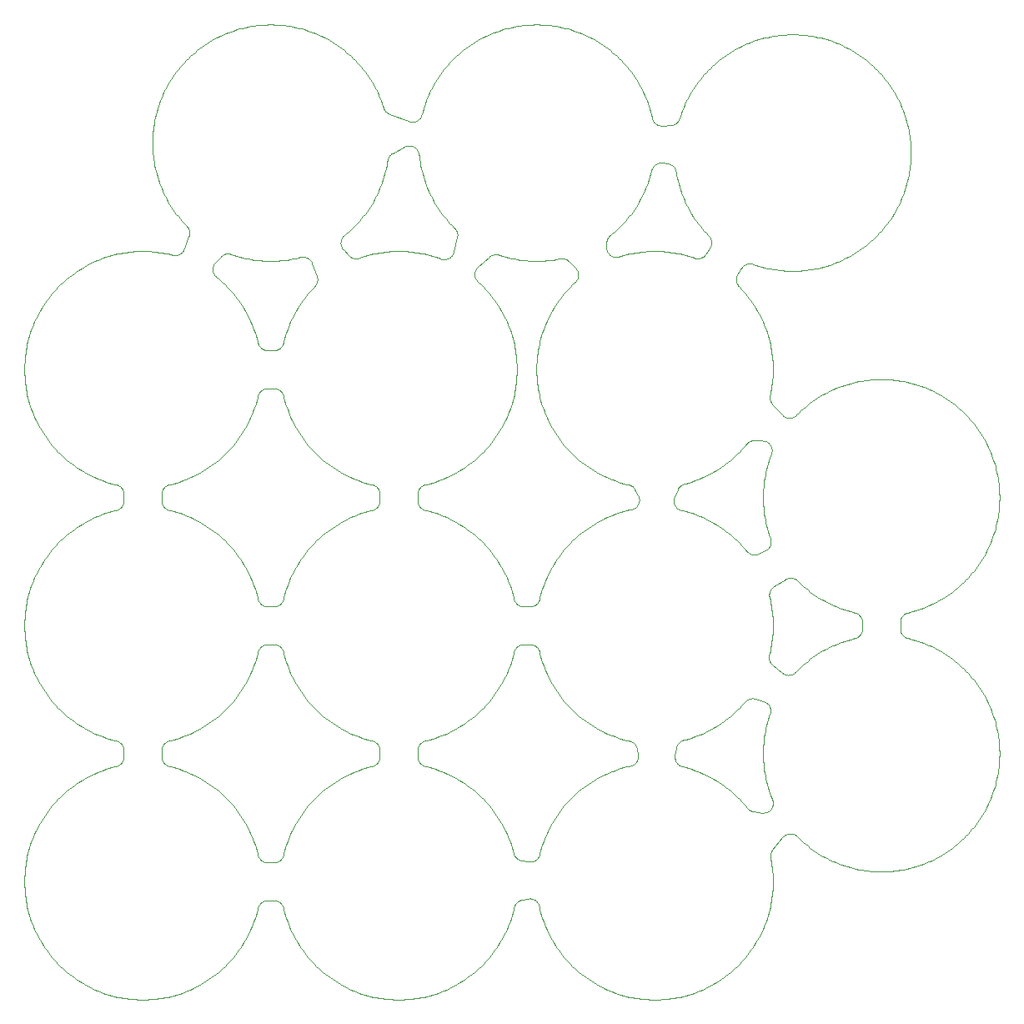
<source format=gko>
%MOIN*%
%OFA0B0*%
%FSLAX44Y44*%
%IPPOS*%
%LPD*%
%ADD10C,0*%
D10*
X00029785Y00016086D02*
X00029785Y00016086D01*
X00029779Y00016111D01*
X00029775Y00016136D01*
X00029773Y00016160D01*
X00029772Y00016185D01*
X00029773Y00016210D01*
X00029776Y00016235D01*
X00029780Y00016260D01*
X00029785Y00016284D01*
X00029792Y00016308D01*
X00029801Y00016332D01*
X00029811Y00016355D01*
X00029822Y00016377D01*
X00029835Y00016398D01*
X00029849Y00016419D01*
X00029865Y00016439D01*
X00029882Y00016457D01*
X00029899Y00016475D01*
X00029918Y00016491D01*
X00029938Y00016506D01*
X00029959Y00016520D01*
X00030417Y00016803D01*
X00030440Y00016816D01*
X00030464Y00016827D01*
X00030488Y00016837D01*
X00030513Y00016846D01*
X00030539Y00016852D01*
X00030564Y00016857D01*
X00030591Y00016860D01*
X00030617Y00016861D01*
X00030643Y00016861D01*
X00030669Y00016859D01*
X00030696Y00016855D01*
X00030721Y00016849D01*
X00030747Y00016842D01*
X00030771Y00016833D01*
X00030795Y00016822D01*
X00030819Y00016810D01*
X00030841Y00016796D01*
X00030863Y00016781D01*
X00030883Y00016764D01*
X00030902Y00016746D01*
X00030953Y00016695D01*
X00031040Y00016613D01*
X00031129Y00016533D01*
X00031220Y00016455D01*
X00031312Y00016379D01*
X00031407Y00016306D01*
X00031503Y00016235D01*
X00031602Y00016166D01*
X00031702Y00016101D01*
X00031803Y00016037D01*
X00031906Y00015977D01*
X00032011Y00015918D01*
X00032117Y00015863D01*
X00032225Y00015810D01*
X00032333Y00015760D01*
X00032443Y00015713D01*
X00032555Y00015669D01*
X00032667Y00015627D01*
X00032780Y00015588D01*
X00032894Y00015553D01*
X00033009Y00015520D01*
X00033125Y00015490D01*
X00033188Y00015475D01*
X00033214Y00015468D01*
X00033239Y00015460D01*
X00033263Y00015449D01*
X00033287Y00015438D01*
X00033310Y00015424D01*
X00033332Y00015409D01*
X00033352Y00015393D01*
X00033372Y00015375D01*
X00033391Y00015356D01*
X00033408Y00015336D01*
X00033423Y00015315D01*
X00033438Y00015293D01*
X00033450Y00015270D01*
X00033462Y00015246D01*
X00033471Y00015221D01*
X00033479Y00015196D01*
X00033485Y00015170D01*
X00033490Y00015144D01*
X00033492Y00015118D01*
X00033493Y00015091D01*
X00033493Y00014829D01*
X00033492Y00014802D01*
X00033490Y00014776D01*
X00033485Y00014750D01*
X00033479Y00014724D01*
X00033471Y00014699D01*
X00033462Y00014674D01*
X00033450Y00014651D01*
X00033438Y00014627D01*
X00033423Y00014605D01*
X00033408Y00014584D01*
X00033391Y00014564D01*
X00033372Y00014545D01*
X00033352Y00014527D01*
X00033332Y00014511D01*
X00033310Y00014496D01*
X00033287Y00014483D01*
X00033263Y00014471D01*
X00033239Y00014461D01*
X00033214Y00014452D01*
X00033188Y00014445D01*
X00033125Y00014431D01*
X00033009Y00014401D01*
X00032894Y00014368D01*
X00032780Y00014332D01*
X00032667Y00014293D01*
X00032555Y00014252D01*
X00032443Y00014207D01*
X00032333Y00014160D01*
X00032225Y00014110D01*
X00032117Y00014057D01*
X00032011Y00014002D01*
X00031906Y00013944D01*
X00031803Y00013883D01*
X00031702Y00013820D01*
X00031602Y00013754D01*
X00031503Y00013685D01*
X00031407Y00013615D01*
X00031312Y00013541D01*
X00031220Y00013466D01*
X00031129Y00013388D01*
X00031040Y00013307D01*
X00030953Y00013225D01*
X00030868Y00013140D01*
X00030828Y00013097D01*
X00030806Y00013077D01*
X00030784Y00013058D01*
X00030760Y00013041D01*
X00030735Y00013025D01*
X00030709Y00013012D01*
X00030681Y00013000D01*
X00030653Y00012991D01*
X00030625Y00012984D01*
X00030596Y00012979D01*
X00030566Y00012976D01*
X00030537Y00012975D01*
X00030508Y00012976D01*
X00030478Y00012980D01*
X00030449Y00012986D01*
X00030421Y00012994D01*
X00030393Y00013004D01*
X00030366Y00013016D01*
X00030341Y00013030D01*
X00030316Y00013046D01*
X00030292Y00013064D01*
X00029904Y00013383D01*
X00029887Y00013398D01*
X00029871Y00013414D01*
X00029856Y00013430D01*
X00029842Y00013447D01*
X00029829Y00013465D01*
X00029817Y00013484D01*
X00029806Y00013504D01*
X00029796Y00013524D01*
X00029787Y00013544D01*
X00029779Y00013566D01*
X00029773Y00013587D01*
X00029768Y00013609D01*
X00029764Y00013631D01*
X00029762Y00013653D01*
X00029760Y00013675D01*
X00029760Y00013698D01*
X00029761Y00013720D01*
X00029764Y00013742D01*
X00029768Y00013764D01*
X00029773Y00013786D01*
X00029785Y00013834D01*
X00029812Y00013950D01*
X00029836Y00014068D01*
X00029857Y00014186D01*
X00029875Y00014304D01*
X00029890Y00014423D01*
X00029903Y00014542D01*
X00029912Y00014661D01*
X00029918Y00014781D01*
X00029921Y00014900D01*
X00029921Y00015020D01*
X00029918Y00015140D01*
X00029912Y00015259D01*
X00029903Y00015379D01*
X00029890Y00015498D01*
X00029875Y00015616D01*
X00029857Y00015735D01*
X00029836Y00015853D01*
X00029812Y00015970D01*
X00029785Y00016086D01*
X00029785Y00016086D01*
X00023768Y00029700D02*
X00023768Y00029700D01*
X00023731Y00029690D01*
X00023693Y00029684D01*
X00023655Y00029682D01*
X00023616Y00029683D01*
X00023579Y00029688D01*
X00023541Y00029697D01*
X00023505Y00029709D01*
X00023470Y00029725D01*
X00023437Y00029744D01*
X00023406Y00029766D01*
X00023377Y00029791D01*
X00023351Y00029819D01*
X00023327Y00029849D01*
X00023307Y00029882D01*
X00023290Y00029916D01*
X00023276Y00029952D01*
X00023266Y00029988D01*
X00023259Y00030026D01*
X00023256Y00030064D01*
X00023257Y00030103D01*
X00023269Y00030276D01*
X00023271Y00030292D01*
X00023273Y00030308D01*
X00023275Y00030324D01*
X00023279Y00030339D01*
X00023283Y00030355D01*
X00023288Y00030370D01*
X00023293Y00030386D01*
X00023299Y00030401D01*
X00023305Y00030415D01*
X00023312Y00030430D01*
X00023320Y00030444D01*
X00023328Y00030458D01*
X00023337Y00030471D01*
X00023346Y00030484D01*
X00023356Y00030497D01*
X00023367Y00030509D01*
X00023378Y00030521D01*
X00023389Y00030532D01*
X00023401Y00030543D01*
X00023413Y00030554D01*
X00023504Y00030628D01*
X00023595Y00030706D01*
X00023684Y00030786D01*
X00023770Y00030868D01*
X00023855Y00030953D01*
X00023937Y00031040D01*
X00024018Y00031129D01*
X00024096Y00031220D01*
X00024171Y00031312D01*
X00024245Y00031407D01*
X00024315Y00031503D01*
X00024384Y00031602D01*
X00024450Y00031702D01*
X00024513Y00031803D01*
X00024574Y00031906D01*
X00024632Y00032011D01*
X00024687Y00032117D01*
X00024740Y00032225D01*
X00024790Y00032333D01*
X00024837Y00032443D01*
X00024881Y00032555D01*
X00024923Y00032667D01*
X00024962Y00032780D01*
X00024998Y00032894D01*
X00025031Y00033009D01*
X00025061Y00033125D01*
X00025067Y00033152D01*
X00025067Y00033152D01*
X00025074Y00033180D01*
X00025084Y00033207D01*
X00025096Y00033234D01*
X00025109Y00033260D01*
X00025125Y00033285D01*
X00025142Y00033308D01*
X00025161Y00033330D01*
X00025182Y00033351D01*
X00025204Y00033370D01*
X00025228Y00033387D01*
X00025252Y00033403D01*
X00025278Y00033417D01*
X00025305Y00033428D01*
X00025332Y00033438D01*
X00025360Y00033446D01*
X00025389Y00033452D01*
X00025418Y00033455D01*
X00025447Y00033456D01*
X00025476Y00033455D01*
X00025505Y00033452D01*
X00025712Y00033423D01*
X00025737Y00033419D01*
X00025761Y00033413D01*
X00025785Y00033406D01*
X00025809Y00033397D01*
X00025832Y00033386D01*
X00025854Y00033374D01*
X00025875Y00033361D01*
X00025896Y00033346D01*
X00025915Y00033330D01*
X00025933Y00033313D01*
X00025951Y00033295D01*
X00025967Y00033276D01*
X00025982Y00033255D01*
X00025995Y00033234D01*
X00026007Y00033212D01*
X00026018Y00033189D01*
X00026027Y00033166D01*
X00026035Y00033142D01*
X00026041Y00033118D01*
X00026046Y00033093D01*
X00026047Y00033083D01*
X00026068Y00032965D01*
X00026092Y00032848D01*
X00026120Y00032732D01*
X00026150Y00032616D01*
X00026182Y00032501D01*
X00026218Y00032386D01*
X00026257Y00032273D01*
X00026299Y00032161D01*
X00026343Y00032050D01*
X00026390Y00031940D01*
X00026440Y00031831D01*
X00026493Y00031723D01*
X00026548Y00031617D01*
X00026606Y00031513D01*
X00026667Y00031410D01*
X00026730Y00031308D01*
X00026796Y00031208D01*
X00026865Y00031110D01*
X00026936Y00031013D01*
X00027009Y00030919D01*
X00027085Y00030826D01*
X00027162Y00030735D01*
X00027243Y00030646D01*
X00027325Y00030559D01*
X00027345Y00030540D01*
X00027363Y00030520D01*
X00027380Y00030499D01*
X00027396Y00030477D01*
X00027410Y00030454D01*
X00027422Y00030430D01*
X00027433Y00030405D01*
X00027442Y00030379D01*
X00027449Y00030353D01*
X00027455Y00030326D01*
X00027458Y00030300D01*
X00027460Y00030273D01*
X00027460Y00030245D01*
X00027458Y00030218D01*
X00027454Y00030192D01*
X00027448Y00030165D01*
X00027440Y00030139D01*
X00027431Y00030114D01*
X00027420Y00030089D01*
X00027407Y00030065D01*
X00027393Y00030042D01*
X00027232Y00029802D01*
X00027217Y00029781D01*
X00027200Y00029761D01*
X00027183Y00029742D01*
X00027164Y00029725D01*
X00027144Y00029708D01*
X00027123Y00029693D01*
X00027101Y00029680D01*
X00027078Y00029668D01*
X00027055Y00029657D01*
X00027030Y00029648D01*
X00027006Y00029641D01*
X00026981Y00029635D01*
X00026955Y00029631D01*
X00026930Y00029628D01*
X00026904Y00029628D01*
X00026878Y00029628D01*
X00026853Y00029631D01*
X00026827Y00029635D01*
X00026802Y00029641D01*
X00026777Y00029649D01*
X00026668Y00029686D01*
X00026554Y00029722D01*
X00026438Y00029755D01*
X00026323Y00029785D01*
X00026206Y00029812D01*
X00026089Y00029836D01*
X00025971Y00029857D01*
X00025853Y00029875D01*
X00025734Y00029890D01*
X00025615Y00029903D01*
X00025495Y00029912D01*
X00025376Y00029918D01*
X00025256Y00029921D01*
X00025137Y00029921D01*
X00025017Y00029918D01*
X00024897Y00029912D01*
X00024778Y00029903D01*
X00024659Y00029890D01*
X00024540Y00029875D01*
X00024422Y00029857D01*
X00024304Y00029836D01*
X00024187Y00029812D01*
X00024070Y00029785D01*
X00023954Y00029755D01*
X00023839Y00029722D01*
X00023768Y00029700D01*
X00017187Y00030855D02*
X00017187Y00030855D01*
X00017202Y00030841D01*
X00017216Y00030825D01*
X00017229Y00030809D01*
X00017241Y00030792D01*
X00017252Y00030775D01*
X00017263Y00030757D01*
X00017272Y00030739D01*
X00017280Y00030720D01*
X00017288Y00030700D01*
X00017294Y00030681D01*
X00017299Y00030660D01*
X00017304Y00030640D01*
X00017307Y00030620D01*
X00017309Y00030599D01*
X00017310Y00030578D01*
X00017310Y00030558D01*
X00017308Y00030537D01*
X00017306Y00030516D01*
X00017303Y00030496D01*
X00017298Y00030476D01*
X00017154Y00029889D01*
X00017145Y00029857D01*
X00017133Y00029826D01*
X00017118Y00029797D01*
X00017101Y00029768D01*
X00017082Y00029741D01*
X00017061Y00029716D01*
X00017037Y00029693D01*
X00017012Y00029671D01*
X00016985Y00029652D01*
X00016956Y00029635D01*
X00016926Y00029621D01*
X00016895Y00029609D01*
X00016863Y00029600D01*
X00016831Y00029594D01*
X00016798Y00029590D01*
X00016765Y00029590D01*
X00016731Y00029592D01*
X00016699Y00029596D01*
X00016666Y00029604D01*
X00016635Y00029614D01*
X00016545Y00029647D01*
X00016432Y00029686D01*
X00016317Y00029722D01*
X00016202Y00029755D01*
X00016086Y00029785D01*
X00015970Y00029812D01*
X00015853Y00029836D01*
X00015735Y00029857D01*
X00015616Y00029875D01*
X00015498Y00029890D01*
X00015379Y00029903D01*
X00015259Y00029912D01*
X00015140Y00029918D01*
X00015020Y00029921D01*
X00014900Y00029921D01*
X00014781Y00029918D01*
X00014661Y00029912D01*
X00014542Y00029903D01*
X00014423Y00029890D01*
X00014304Y00029875D01*
X00014186Y00029857D01*
X00014068Y00029836D01*
X00013950Y00029812D01*
X00013834Y00029785D01*
X00013718Y00029755D01*
X00013603Y00029722D01*
X00013489Y00029686D01*
X00013379Y00029649D01*
X00013358Y00029642D01*
X00013336Y00029637D01*
X00013314Y00029632D01*
X00013291Y00029630D01*
X00013269Y00029628D01*
X00013247Y00029628D01*
X00013224Y00029628D01*
X00013202Y00029631D01*
X00013180Y00029634D01*
X00013158Y00029639D01*
X00013136Y00029645D01*
X00013115Y00029652D01*
X00013094Y00029660D01*
X00013074Y00029670D01*
X00013054Y00029681D01*
X00013035Y00029693D01*
X00013016Y00029705D01*
X00012999Y00029719D01*
X00012982Y00029734D01*
X00012966Y00029750D01*
X00012749Y00029979D01*
X00012727Y00030004D01*
X00012708Y00030030D01*
X00012691Y00030057D01*
X00012676Y00030086D01*
X00012664Y00030116D01*
X00012654Y00030147D01*
X00012647Y00030179D01*
X00012642Y00030211D01*
X00012640Y00030243D01*
X00012641Y00030275D01*
X00012645Y00030308D01*
X00012651Y00030339D01*
X00012659Y00030371D01*
X00012670Y00030401D01*
X00012684Y00030430D01*
X00012700Y00030459D01*
X00012718Y00030485D01*
X00012739Y00030510D01*
X00012761Y00030534D01*
X00012785Y00030555D01*
X00012874Y00030628D01*
X00012965Y00030706D01*
X00013054Y00030786D01*
X00013140Y00030868D01*
X00013225Y00030953D01*
X00013307Y00031040D01*
X00013388Y00031129D01*
X00013466Y00031220D01*
X00013541Y00031312D01*
X00013615Y00031407D01*
X00013685Y00031503D01*
X00013754Y00031602D01*
X00013820Y00031702D01*
X00013883Y00031803D01*
X00013944Y00031906D01*
X00014002Y00032011D01*
X00014057Y00032117D01*
X00014110Y00032225D01*
X00014160Y00032333D01*
X00014207Y00032443D01*
X00014252Y00032555D01*
X00014293Y00032667D01*
X00014332Y00032780D01*
X00014368Y00032894D01*
X00014401Y00033009D01*
X00014431Y00033125D01*
X00014458Y00033242D01*
X00014482Y00033359D01*
X00014503Y00033477D01*
X00014514Y00033551D01*
X00014517Y00033569D01*
X00014521Y00033587D01*
X00014526Y00033605D01*
X00014532Y00033622D01*
X00014538Y00033639D01*
X00014546Y00033656D01*
X00014554Y00033672D01*
X00014562Y00033689D01*
X00014572Y00033704D01*
X00014582Y00033719D01*
X00014593Y00033734D01*
X00014605Y00033748D01*
X00014617Y00033762D01*
X00014630Y00033775D01*
X00014643Y00033787D01*
X00014657Y00033799D01*
X00014671Y00033810D01*
X00014686Y00033820D01*
X00014702Y00033830D01*
X00014718Y00033839D01*
X00015193Y00034093D01*
X00015228Y00034110D01*
X00015264Y00034123D01*
X00015302Y00034132D01*
X00015340Y00034138D01*
X00015378Y00034140D01*
X00015417Y00034138D01*
X00015455Y00034132D01*
X00015493Y00034123D01*
X00015529Y00034110D01*
X00015564Y00034094D01*
X00015597Y00034074D01*
X00015628Y00034051D01*
X00015657Y00034025D01*
X00015683Y00033997D01*
X00015706Y00033966D01*
X00015726Y00033933D01*
X00015742Y00033898D01*
X00015755Y00033861D01*
X00015765Y00033824D01*
X00015771Y00033786D01*
X00015778Y00033714D01*
X00015793Y00033595D01*
X00015811Y00033477D01*
X00015832Y00033359D01*
X00015856Y00033242D01*
X00015883Y00033125D01*
X00015913Y00033009D01*
X00015946Y00032894D01*
X00015982Y00032780D01*
X00016021Y00032667D01*
X00016062Y00032555D01*
X00016107Y00032443D01*
X00016154Y00032333D01*
X00016204Y00032225D01*
X00016257Y00032117D01*
X00016312Y00032011D01*
X00016370Y00031906D01*
X00016431Y00031803D01*
X00016494Y00031702D01*
X00016560Y00031602D01*
X00016629Y00031503D01*
X00016699Y00031407D01*
X00016773Y00031312D01*
X00016848Y00031220D01*
X00016926Y00031129D01*
X00017006Y00031040D01*
X00017089Y00030953D01*
X00017174Y00030868D01*
X00017187Y00030855D01*
X00026256Y00019564D02*
X00026256Y00019564D01*
X00026223Y00019573D01*
X00026190Y00019586D01*
X00026159Y00019601D01*
X00026129Y00019618D01*
X00026101Y00019639D01*
X00026075Y00019661D01*
X00026051Y00019686D01*
X00026029Y00019713D01*
X00026010Y00019742D01*
X00025993Y00019772D01*
X00025979Y00019804D01*
X00025968Y00019836D01*
X00025959Y00019870D01*
X00025954Y00019904D01*
X00025952Y00019939D01*
X00025952Y00019973D01*
X00025956Y00020008D01*
X00025963Y00020042D01*
X00025973Y00020075D01*
X00025985Y00020107D01*
X00026115Y00020400D01*
X00026123Y00020416D01*
X00026131Y00020432D01*
X00026140Y00020447D01*
X00026150Y00020462D01*
X00026160Y00020477D01*
X00026171Y00020490D01*
X00026183Y00020504D01*
X00026195Y00020517D01*
X00026207Y00020529D01*
X00026221Y00020541D01*
X00026234Y00020552D01*
X00026249Y00020563D01*
X00026263Y00020572D01*
X00026279Y00020582D01*
X00026294Y00020590D01*
X00026310Y00020598D01*
X00026326Y00020605D01*
X00026343Y00020611D01*
X00026360Y00020617D01*
X00026377Y00020622D01*
X00026438Y00020638D01*
X00026554Y00020671D01*
X00026668Y00020707D01*
X00026781Y00020745D01*
X00026893Y00020787D01*
X00027004Y00020831D01*
X00027114Y00020878D01*
X00027223Y00020928D01*
X00027331Y00020981D01*
X00027437Y00021037D01*
X00027541Y00021095D01*
X00027645Y00021155D01*
X00027746Y00021219D01*
X00027846Y00021285D01*
X00027944Y00021353D01*
X00028041Y00021424D01*
X00028136Y00021497D01*
X00028228Y00021573D01*
X00028319Y00021651D01*
X00028408Y00021731D01*
X00028495Y00021813D01*
X00028579Y00021898D01*
X00028662Y00021985D01*
X00028742Y00022074D01*
X00028820Y00022164D01*
X00028859Y00022212D01*
X00028870Y00022226D01*
X00028883Y00022239D01*
X00028896Y00022251D01*
X00028909Y00022264D01*
X00028924Y00022275D01*
X00028938Y00022286D01*
X00028953Y00022296D01*
X00028969Y00022305D01*
X00028985Y00022314D01*
X00029001Y00022322D01*
X00029018Y00022329D01*
X00029035Y00022335D01*
X00029052Y00022341D01*
X00029070Y00022345D01*
X00029087Y00022349D01*
X00029105Y00022352D01*
X00029123Y00022355D01*
X00029141Y00022356D01*
X00029159Y00022357D01*
X00029178Y00022356D01*
X00029502Y00022345D01*
X00029540Y00022342D01*
X00029577Y00022335D01*
X00029613Y00022325D01*
X00029648Y00022311D01*
X00029682Y00022294D01*
X00029714Y00022274D01*
X00029744Y00022251D01*
X00029771Y00022225D01*
X00029796Y00022197D01*
X00029818Y00022167D01*
X00029837Y00022134D01*
X00029853Y00022100D01*
X00029866Y00022064D01*
X00029875Y00022028D01*
X00029880Y00021990D01*
X00029882Y00021953D01*
X00029880Y00021915D01*
X00029875Y00021878D01*
X00029866Y00021841D01*
X00029854Y00021806D01*
X00029842Y00021775D01*
X00029800Y00021663D01*
X00029762Y00021550D01*
X00029726Y00021435D01*
X00029693Y00021320D01*
X00029663Y00021204D01*
X00029636Y00021088D01*
X00029612Y00020971D01*
X00029591Y00020853D01*
X00029572Y00020735D01*
X00029557Y00020616D01*
X00029545Y00020497D01*
X00029536Y00020377D01*
X00029530Y00020258D01*
X00029527Y00020138D01*
X00029527Y00020018D01*
X00029530Y00019899D01*
X00029536Y00019779D01*
X00029545Y00019660D01*
X00029557Y00019541D01*
X00029572Y00019422D01*
X00029591Y00019304D01*
X00029612Y00019186D01*
X00029636Y00019069D01*
X00029663Y00018952D01*
X00029693Y00018836D01*
X00029726Y00018721D01*
X00029762Y00018607D01*
X00029800Y00018494D01*
X00029818Y00018447D01*
X00029827Y00018419D01*
X00029834Y00018391D01*
X00029839Y00018362D01*
X00029841Y00018332D01*
X00029842Y00018303D01*
X00029840Y00018274D01*
X00029837Y00018245D01*
X00029831Y00018216D01*
X00029823Y00018188D01*
X00029812Y00018160D01*
X00029800Y00018133D01*
X00029786Y00018108D01*
X00029770Y00018083D01*
X00029752Y00018060D01*
X00029733Y00018038D01*
X00029711Y00018017D01*
X00029689Y00017999D01*
X00029665Y00017981D01*
X00029640Y00017966D01*
X00029614Y00017953D01*
X00029338Y00017825D01*
X00029314Y00017815D01*
X00029289Y00017807D01*
X00029264Y00017800D01*
X00029239Y00017795D01*
X00029213Y00017791D01*
X00029187Y00017789D01*
X00029161Y00017789D01*
X00029135Y00017791D01*
X00029110Y00017794D01*
X00029084Y00017799D01*
X00029059Y00017806D01*
X00029034Y00017814D01*
X00029010Y00017824D01*
X00028987Y00017835D01*
X00028965Y00017848D01*
X00028943Y00017863D01*
X00028922Y00017879D01*
X00028903Y00017896D01*
X00028885Y00017914D01*
X00028868Y00017934D01*
X00028820Y00017992D01*
X00028742Y00018083D01*
X00028662Y00018172D01*
X00028579Y00018258D01*
X00028495Y00018343D01*
X00028408Y00018426D01*
X00028319Y00018506D01*
X00028228Y00018584D01*
X00028136Y00018659D01*
X00028041Y00018733D01*
X00027944Y00018804D01*
X00027846Y00018872D01*
X00027746Y00018938D01*
X00027645Y00019001D01*
X00027541Y00019062D01*
X00027437Y00019120D01*
X00027331Y00019175D01*
X00027223Y00019228D01*
X00027114Y00019278D01*
X00027004Y00019325D01*
X00026893Y00019370D01*
X00026781Y00019411D01*
X00026668Y00019450D01*
X00026554Y00019486D01*
X00026438Y00019519D01*
X00026323Y00019549D01*
X00026256Y00019564D01*
X00026307Y00009316D02*
X00026307Y00009316D01*
X00026279Y00009324D01*
X00026251Y00009334D01*
X00026225Y00009345D01*
X00026199Y00009359D01*
X00026174Y00009375D01*
X00026150Y00009392D01*
X00026128Y00009411D01*
X00026108Y00009432D01*
X00026089Y00009454D01*
X00026071Y00009477D01*
X00026056Y00009502D01*
X00026042Y00009528D01*
X00026030Y00009555D01*
X00026020Y00009582D01*
X00026013Y00009611D01*
X00026007Y00009639D01*
X00026004Y00009668D01*
X00026002Y00009698D01*
X00026003Y00009727D01*
X00026007Y00009756D01*
X00026049Y00010051D01*
X00026053Y00010074D01*
X00026059Y00010097D01*
X00026065Y00010119D01*
X00026073Y00010140D01*
X00026082Y00010162D01*
X00026093Y00010182D01*
X00026104Y00010202D01*
X00026117Y00010222D01*
X00026131Y00010240D01*
X00026146Y00010258D01*
X00026162Y00010274D01*
X00026178Y00010290D01*
X00026196Y00010305D01*
X00026215Y00010319D01*
X00026234Y00010331D01*
X00026254Y00010343D01*
X00026275Y00010353D01*
X00026296Y00010362D01*
X00026318Y00010370D01*
X00026340Y00010376D01*
X00026438Y00010402D01*
X00026554Y00010434D01*
X00026668Y00010470D01*
X00026781Y00010509D01*
X00026893Y00010551D01*
X00027004Y00010595D01*
X00027114Y00010642D01*
X00027223Y00010692D01*
X00027331Y00010745D01*
X00027437Y00010800D01*
X00027541Y00010858D01*
X00027645Y00010919D01*
X00027746Y00010982D01*
X00027846Y00011048D01*
X00027944Y00011117D01*
X00028041Y00011188D01*
X00028136Y00011261D01*
X00028228Y00011336D01*
X00028319Y00011414D01*
X00028408Y00011495D01*
X00028495Y00011577D01*
X00028579Y00011662D01*
X00028662Y00011749D01*
X00028742Y00011837D01*
X00028802Y00011907D01*
X00028802Y00011907D01*
X00028817Y00011923D01*
X00028833Y00011939D01*
X00028850Y00011954D01*
X00028868Y00011968D01*
X00028887Y00011981D01*
X00028906Y00011993D01*
X00028926Y00012003D01*
X00028947Y00012013D01*
X00028968Y00012021D01*
X00028989Y00012028D01*
X00029011Y00012034D01*
X00029034Y00012038D01*
X00029056Y00012041D01*
X00029079Y00012043D01*
X00029101Y00012044D01*
X00029124Y00012043D01*
X00029146Y00012041D01*
X00029169Y00012038D01*
X00029191Y00012033D01*
X00029213Y00012027D01*
X00029540Y00011930D01*
X00029570Y00011919D01*
X00029599Y00011907D01*
X00029627Y00011892D01*
X00029654Y00011875D01*
X00029679Y00011855D01*
X00029702Y00011834D01*
X00029724Y00011811D01*
X00029744Y00011786D01*
X00029762Y00011760D01*
X00029777Y00011733D01*
X00029791Y00011704D01*
X00029802Y00011674D01*
X00029810Y00011644D01*
X00029816Y00011613D01*
X00029820Y00011581D01*
X00029821Y00011549D01*
X00029819Y00011518D01*
X00029815Y00011486D01*
X00029809Y00011455D01*
X00029800Y00011425D01*
X00029762Y00011313D01*
X00029726Y00011199D01*
X00029693Y00011084D01*
X00029663Y00010968D01*
X00029636Y00010852D01*
X00029612Y00010734D01*
X00029591Y00010617D01*
X00029572Y00010498D01*
X00029557Y00010380D01*
X00029545Y00010260D01*
X00029536Y00010141D01*
X00029530Y00010022D01*
X00029527Y00009902D01*
X00029527Y00009782D01*
X00029530Y00009662D01*
X00029536Y00009543D01*
X00029545Y00009424D01*
X00029557Y00009304D01*
X00029572Y00009186D01*
X00029591Y00009067D01*
X00029612Y00008950D01*
X00029636Y00008832D01*
X00029663Y00008716D01*
X00029693Y00008600D01*
X00029726Y00008485D01*
X00029762Y00008371D01*
X00029800Y00008257D01*
X00029842Y00008145D01*
X00029886Y00008034D01*
X00029893Y00008018D01*
X00029907Y00007979D01*
X00029918Y00007939D01*
X00029923Y00007899D01*
X00029925Y00007857D01*
X00029922Y00007816D01*
X00029915Y00007776D01*
X00029904Y00007736D01*
X00029889Y00007698D01*
X00029870Y00007661D01*
X00029847Y00007627D01*
X00029821Y00007595D01*
X00029791Y00007567D01*
X00029759Y00007541D01*
X00029724Y00007519D01*
X00029687Y00007501D01*
X00029648Y00007487D01*
X00029608Y00007477D01*
X00029568Y00007471D01*
X00029527Y00007469D01*
X00029485Y00007472D01*
X00029164Y00007510D01*
X00029148Y00007512D01*
X00029133Y00007514D01*
X00029118Y00007518D01*
X00029102Y00007522D01*
X00029087Y00007526D01*
X00029073Y00007531D01*
X00029058Y00007537D01*
X00029044Y00007544D01*
X00029030Y00007550D01*
X00029016Y00007558D01*
X00029003Y00007566D01*
X00028989Y00007574D01*
X00028977Y00007583D01*
X00028964Y00007593D01*
X00028952Y00007603D01*
X00028941Y00007613D01*
X00028929Y00007624D01*
X00028919Y00007636D01*
X00028908Y00007647D01*
X00028898Y00007660D01*
X00028898Y00007660D01*
X00028896Y00007663D01*
X00028820Y00007756D01*
X00028742Y00007847D01*
X00028662Y00007935D01*
X00028579Y00008022D01*
X00028495Y00008107D01*
X00028408Y00008189D01*
X00028319Y00008270D01*
X00028228Y00008348D01*
X00028136Y00008423D01*
X00028041Y00008497D01*
X00027944Y00008567D01*
X00027846Y00008636D01*
X00027746Y00008702D01*
X00027645Y00008765D01*
X00027541Y00008826D01*
X00027437Y00008884D01*
X00027331Y00008939D01*
X00027223Y00008992D01*
X00027114Y00009042D01*
X00027004Y00009089D01*
X00026893Y00009133D01*
X00026781Y00009175D01*
X00026668Y00009214D01*
X00026554Y00009250D01*
X00026438Y00009282D01*
X00026323Y00009312D01*
X00026307Y00009316D01*
X00016023Y00019563D02*
X00016023Y00019563D01*
X00015998Y00019570D01*
X00015973Y00019579D01*
X00015948Y00019589D01*
X00015925Y00019601D01*
X00015902Y00019614D01*
X00015880Y00019629D01*
X00015859Y00019645D01*
X00015839Y00019663D01*
X00015821Y00019682D01*
X00015804Y00019702D01*
X00015788Y00019723D01*
X00015774Y00019745D01*
X00015761Y00019769D01*
X00015750Y00019793D01*
X00015740Y00019817D01*
X00015733Y00019842D01*
X00015726Y00019868D01*
X00015722Y00019894D01*
X00015719Y00019920D01*
X00015718Y00019947D01*
X00015718Y00020210D01*
X00015719Y00020236D01*
X00015722Y00020262D01*
X00015726Y00020288D01*
X00015733Y00020314D01*
X00015740Y00020339D01*
X00015750Y00020364D01*
X00015761Y00020388D01*
X00015774Y00020411D01*
X00015788Y00020433D01*
X00015804Y00020454D01*
X00015821Y00020475D01*
X00015839Y00020494D01*
X00015859Y00020511D01*
X00015880Y00020527D01*
X00015902Y00020542D01*
X00015925Y00020556D01*
X00015948Y00020568D01*
X00015973Y00020578D01*
X00015998Y00020586D01*
X00016023Y00020593D01*
X00016086Y00020608D01*
X00016202Y00020638D01*
X00016317Y00020671D01*
X00016432Y00020707D01*
X00016545Y00020745D01*
X00016657Y00020787D01*
X00016768Y00020831D01*
X00016878Y00020878D01*
X00016987Y00020928D01*
X00017094Y00020981D01*
X00017201Y00021037D01*
X00017305Y00021095D01*
X00017408Y00021155D01*
X00017510Y00021219D01*
X00017610Y00021285D01*
X00017708Y00021353D01*
X00017805Y00021424D01*
X00017899Y00021497D01*
X00017992Y00021573D01*
X00018083Y00021651D01*
X00018172Y00021731D01*
X00018258Y00021813D01*
X00018343Y00021898D01*
X00018426Y00021985D01*
X00018506Y00022074D01*
X00018584Y00022164D01*
X00018659Y00022257D01*
X00018733Y00022352D01*
X00018804Y00022448D01*
X00018872Y00022547D01*
X00018938Y00022647D01*
X00019001Y00022748D01*
X00019062Y00022851D01*
X00019120Y00022956D01*
X00019175Y00023062D01*
X00019228Y00023169D01*
X00019278Y00023278D01*
X00019325Y00023388D01*
X00019370Y00023499D01*
X00019411Y00023612D01*
X00019450Y00023725D01*
X00019486Y00023839D01*
X00019519Y00023954D01*
X00019549Y00024070D01*
X00019576Y00024187D01*
X00019600Y00024304D01*
X00019621Y00024422D01*
X00019639Y00024540D01*
X00019654Y00024659D01*
X00019666Y00024778D01*
X00019675Y00024897D01*
X00019682Y00025017D01*
X00019685Y00025137D01*
X00019685Y00025256D01*
X00019682Y00025376D01*
X00019675Y00025495D01*
X00019666Y00025615D01*
X00019654Y00025734D01*
X00019639Y00025853D01*
X00019621Y00025971D01*
X00019600Y00026089D01*
X00019576Y00026206D01*
X00019549Y00026323D01*
X00019519Y00026438D01*
X00019486Y00026554D01*
X00019450Y00026668D01*
X00019411Y00026781D01*
X00019370Y00026893D01*
X00019325Y00027004D01*
X00019278Y00027114D01*
X00019228Y00027223D01*
X00019175Y00027331D01*
X00019120Y00027437D01*
X00019062Y00027541D01*
X00019001Y00027645D01*
X00018938Y00027746D01*
X00018872Y00027846D01*
X00018804Y00027944D01*
X00018733Y00028041D01*
X00018659Y00028136D01*
X00018584Y00028228D01*
X00018506Y00028319D01*
X00018426Y00028408D01*
X00018343Y00028495D01*
X00018258Y00028579D01*
X00018172Y00028662D01*
X00018122Y00028707D01*
X00018098Y00028730D01*
X00018076Y00028756D01*
X00018057Y00028783D01*
X00018040Y00028811D01*
X00018025Y00028841D01*
X00018013Y00028872D01*
X00018003Y00028904D01*
X00017997Y00028937D01*
X00017993Y00028970D01*
X00017992Y00029003D01*
X00017994Y00029036D01*
X00017998Y00029069D01*
X00018005Y00029102D01*
X00018015Y00029134D01*
X00018028Y00029164D01*
X00018043Y00029194D01*
X00018061Y00029222D01*
X00018081Y00029249D01*
X00018103Y00029274D01*
X00018127Y00029296D01*
X00018587Y00029696D01*
X00018603Y00029709D01*
X00018620Y00029721D01*
X00018637Y00029732D01*
X00018654Y00029743D01*
X00018673Y00029752D01*
X00018691Y00029761D01*
X00018711Y00029768D01*
X00018730Y00029775D01*
X00018750Y00029781D01*
X00018770Y00029785D01*
X00018790Y00029788D01*
X00018811Y00029791D01*
X00018831Y00029792D01*
X00018852Y00029792D01*
X00018872Y00029791D01*
X00018893Y00029789D01*
X00018913Y00029786D01*
X00018933Y00029782D01*
X00018953Y00029777D01*
X00018973Y00029771D01*
X00019001Y00029762D01*
X00019115Y00029726D01*
X00019230Y00029693D01*
X00019346Y00029663D01*
X00019462Y00029636D01*
X00019580Y00029612D01*
X00019697Y00029591D01*
X00019816Y00029572D01*
X00019934Y00029557D01*
X00020054Y00029545D01*
X00020173Y00029536D01*
X00020292Y00029530D01*
X00020412Y00029527D01*
X00020532Y00029527D01*
X00020651Y00029530D01*
X00020771Y00029536D01*
X00020890Y00029545D01*
X00021009Y00029557D01*
X00021128Y00029572D01*
X00021247Y00029591D01*
X00021364Y00029612D01*
X00021409Y00029621D01*
X00021428Y00029624D01*
X00021448Y00029627D01*
X00021468Y00029628D01*
X00021487Y00029629D01*
X00021507Y00029628D01*
X00021527Y00029627D01*
X00021546Y00029625D01*
X00021566Y00029621D01*
X00021585Y00029617D01*
X00021604Y00029611D01*
X00021623Y00029605D01*
X00021641Y00029598D01*
X00021659Y00029590D01*
X00021677Y00029581D01*
X00021694Y00029571D01*
X00021710Y00029560D01*
X00021726Y00029549D01*
X00021742Y00029536D01*
X00021757Y00029523D01*
X00021771Y00029509D01*
X00022025Y00029248D01*
X00022046Y00029224D01*
X00022065Y00029199D01*
X00022082Y00029172D01*
X00022097Y00029144D01*
X00022110Y00029115D01*
X00022120Y00029085D01*
X00022128Y00029055D01*
X00022133Y00029024D01*
X00022136Y00028992D01*
X00022136Y00028960D01*
X00022133Y00028929D01*
X00022129Y00028898D01*
X00022121Y00028867D01*
X00022112Y00028837D01*
X00022099Y00028808D01*
X00022085Y00028780D01*
X00022068Y00028753D01*
X00022050Y00028727D01*
X00022029Y00028703D01*
X00022006Y00028681D01*
X00021985Y00028662D01*
X00021898Y00028579D01*
X00021813Y00028495D01*
X00021731Y00028408D01*
X00021651Y00028319D01*
X00021573Y00028228D01*
X00021497Y00028136D01*
X00021424Y00028041D01*
X00021353Y00027944D01*
X00021285Y00027846D01*
X00021219Y00027746D01*
X00021155Y00027645D01*
X00021095Y00027541D01*
X00021037Y00027437D01*
X00020981Y00027331D01*
X00020928Y00027223D01*
X00020878Y00027114D01*
X00020831Y00027004D01*
X00020787Y00026893D01*
X00020745Y00026781D01*
X00020707Y00026668D01*
X00020671Y00026554D01*
X00020638Y00026438D01*
X00020608Y00026323D01*
X00020581Y00026206D01*
X00020557Y00026089D01*
X00020535Y00025971D01*
X00020517Y00025853D01*
X00020502Y00025734D01*
X00020490Y00025615D01*
X00020481Y00025495D01*
X00020475Y00025376D01*
X00020472Y00025256D01*
X00020472Y00025137D01*
X00020475Y00025017D01*
X00020481Y00024897D01*
X00020490Y00024778D01*
X00020502Y00024659D01*
X00020517Y00024540D01*
X00020535Y00024422D01*
X00020557Y00024304D01*
X00020581Y00024187D01*
X00020608Y00024070D01*
X00020638Y00023954D01*
X00020671Y00023839D01*
X00020707Y00023725D01*
X00020745Y00023612D01*
X00020787Y00023499D01*
X00020831Y00023388D01*
X00020878Y00023278D01*
X00020928Y00023169D01*
X00020981Y00023062D01*
X00021037Y00022956D01*
X00021095Y00022851D01*
X00021155Y00022748D01*
X00021219Y00022647D01*
X00021285Y00022547D01*
X00021353Y00022448D01*
X00021424Y00022352D01*
X00021497Y00022257D01*
X00021573Y00022164D01*
X00021651Y00022074D01*
X00021731Y00021985D01*
X00021813Y00021898D01*
X00021898Y00021813D01*
X00021985Y00021731D01*
X00022074Y00021651D01*
X00022164Y00021573D01*
X00022257Y00021497D01*
X00022352Y00021424D01*
X00022448Y00021353D01*
X00022547Y00021285D01*
X00022647Y00021219D01*
X00022748Y00021155D01*
X00022851Y00021095D01*
X00022956Y00021037D01*
X00023062Y00020981D01*
X00023169Y00020928D01*
X00023278Y00020878D01*
X00023388Y00020831D01*
X00023499Y00020787D01*
X00023612Y00020745D01*
X00023725Y00020707D01*
X00023839Y00020671D01*
X00023954Y00020638D01*
X00024070Y00020608D01*
X00024150Y00020589D01*
X00024166Y00020585D01*
X00024182Y00020580D01*
X00024197Y00020575D01*
X00024213Y00020569D01*
X00024228Y00020562D01*
X00024243Y00020555D01*
X00024257Y00020547D01*
X00024272Y00020538D01*
X00024286Y00020529D01*
X00024299Y00020519D01*
X00024312Y00020509D01*
X00024325Y00020498D01*
X00024337Y00020486D01*
X00024348Y00020474D01*
X00024359Y00020462D01*
X00024370Y00020449D01*
X00024380Y00020436D01*
X00024389Y00020422D01*
X00024398Y00020408D01*
X00024406Y00020394D01*
X00024531Y00020165D01*
X00024547Y00020132D01*
X00024559Y00020098D01*
X00024569Y00020062D01*
X00024575Y00020026D01*
X00024578Y00019990D01*
X00024578Y00019953D01*
X00024574Y00019916D01*
X00024566Y00019880D01*
X00024556Y00019845D01*
X00024542Y00019811D01*
X00024525Y00019779D01*
X00024505Y00019748D01*
X00024482Y00019719D01*
X00024457Y00019693D01*
X00024429Y00019668D01*
X00024399Y00019647D01*
X00024367Y00019629D01*
X00024334Y00019613D01*
X00024299Y00019601D01*
X00024264Y00019592D01*
X00024187Y00019576D01*
X00024070Y00019549D01*
X00023954Y00019519D01*
X00023839Y00019486D01*
X00023725Y00019450D01*
X00023612Y00019411D01*
X00023499Y00019370D01*
X00023388Y00019325D01*
X00023278Y00019278D01*
X00023169Y00019228D01*
X00023062Y00019175D01*
X00022956Y00019120D01*
X00022851Y00019062D01*
X00022748Y00019001D01*
X00022647Y00018938D01*
X00022547Y00018872D01*
X00022448Y00018804D01*
X00022352Y00018733D01*
X00022257Y00018659D01*
X00022164Y00018584D01*
X00022074Y00018506D01*
X00021985Y00018426D01*
X00021898Y00018343D01*
X00021813Y00018258D01*
X00021731Y00018172D01*
X00021651Y00018083D01*
X00021573Y00017992D01*
X00021497Y00017899D01*
X00021424Y00017805D01*
X00021353Y00017708D01*
X00021285Y00017610D01*
X00021219Y00017510D01*
X00021155Y00017408D01*
X00021095Y00017305D01*
X00021037Y00017201D01*
X00020981Y00017094D01*
X00020928Y00016987D01*
X00020878Y00016878D01*
X00020831Y00016768D01*
X00020787Y00016657D01*
X00020745Y00016545D01*
X00020707Y00016432D01*
X00020671Y00016317D01*
X00020638Y00016202D01*
X00020608Y00016086D01*
X00020593Y00016023D01*
X00020586Y00015998D01*
X00020578Y00015973D01*
X00020568Y00015948D01*
X00020556Y00015925D01*
X00020542Y00015902D01*
X00020527Y00015880D01*
X00020511Y00015859D01*
X00020494Y00015839D01*
X00020475Y00015821D01*
X00020454Y00015804D01*
X00020433Y00015788D01*
X00020411Y00015774D01*
X00020388Y00015761D01*
X00020364Y00015750D01*
X00020339Y00015740D01*
X00020314Y00015733D01*
X00020288Y00015726D01*
X00020262Y00015722D01*
X00020236Y00015719D01*
X00020210Y00015718D01*
X00019947Y00015718D01*
X00019920Y00015719D01*
X00019894Y00015722D01*
X00019868Y00015726D01*
X00019842Y00015733D01*
X00019817Y00015740D01*
X00019793Y00015750D01*
X00019769Y00015761D01*
X00019745Y00015774D01*
X00019723Y00015788D01*
X00019702Y00015804D01*
X00019682Y00015821D01*
X00019663Y00015839D01*
X00019645Y00015859D01*
X00019629Y00015880D01*
X00019614Y00015902D01*
X00019601Y00015925D01*
X00019589Y00015948D01*
X00019579Y00015973D01*
X00019570Y00015998D01*
X00019563Y00016023D01*
X00019549Y00016086D01*
X00019519Y00016202D01*
X00019486Y00016317D01*
X00019450Y00016432D01*
X00019411Y00016545D01*
X00019370Y00016657D01*
X00019325Y00016768D01*
X00019278Y00016878D01*
X00019228Y00016987D01*
X00019175Y00017094D01*
X00019120Y00017201D01*
X00019062Y00017305D01*
X00019001Y00017408D01*
X00018938Y00017510D01*
X00018872Y00017610D01*
X00018804Y00017708D01*
X00018733Y00017805D01*
X00018659Y00017899D01*
X00018584Y00017992D01*
X00018506Y00018083D01*
X00018426Y00018172D01*
X00018343Y00018258D01*
X00018258Y00018343D01*
X00018172Y00018426D01*
X00018083Y00018506D01*
X00017992Y00018584D01*
X00017899Y00018659D01*
X00017805Y00018733D01*
X00017708Y00018804D01*
X00017610Y00018872D01*
X00017510Y00018938D01*
X00017408Y00019001D01*
X00017305Y00019062D01*
X00017201Y00019120D01*
X00017094Y00019175D01*
X00016987Y00019228D01*
X00016878Y00019278D01*
X00016768Y00019325D01*
X00016657Y00019370D01*
X00016545Y00019411D01*
X00016432Y00019450D01*
X00016317Y00019486D01*
X00016202Y00019519D01*
X00016086Y00019549D01*
X00016023Y00019563D01*
X00016023Y00009327D02*
X00016023Y00009327D01*
X00015998Y00009334D01*
X00015973Y00009343D01*
X00015948Y00009353D01*
X00015925Y00009365D01*
X00015902Y00009378D01*
X00015880Y00009393D01*
X00015859Y00009409D01*
X00015839Y00009427D01*
X00015821Y00009446D01*
X00015804Y00009466D01*
X00015788Y00009487D01*
X00015774Y00009509D01*
X00015761Y00009532D01*
X00015750Y00009556D01*
X00015740Y00009581D01*
X00015733Y00009606D01*
X00015726Y00009632D01*
X00015722Y00009658D01*
X00015719Y00009684D01*
X00015718Y00009711D01*
X00015718Y00009973D01*
X00015719Y00010000D01*
X00015722Y00010026D01*
X00015726Y00010052D01*
X00015733Y00010078D01*
X00015740Y00010103D01*
X00015750Y00010128D01*
X00015761Y00010152D01*
X00015774Y00010175D01*
X00015788Y00010197D01*
X00015804Y00010218D01*
X00015821Y00010238D01*
X00015839Y00010257D01*
X00015859Y00010275D01*
X00015880Y00010291D01*
X00015902Y00010306D01*
X00015925Y00010319D01*
X00015948Y00010331D01*
X00015973Y00010341D01*
X00015998Y00010350D01*
X00016023Y00010357D01*
X00016086Y00010372D01*
X00016202Y00010402D01*
X00016317Y00010434D01*
X00016432Y00010470D01*
X00016545Y00010509D01*
X00016657Y00010551D01*
X00016768Y00010595D01*
X00016878Y00010642D01*
X00016987Y00010692D01*
X00017094Y00010745D01*
X00017201Y00010800D01*
X00017305Y00010858D01*
X00017408Y00010919D01*
X00017510Y00010982D01*
X00017610Y00011048D01*
X00017708Y00011117D01*
X00017805Y00011188D01*
X00017899Y00011261D01*
X00017992Y00011336D01*
X00018083Y00011414D01*
X00018172Y00011495D01*
X00018258Y00011577D01*
X00018343Y00011662D01*
X00018426Y00011749D01*
X00018506Y00011837D01*
X00018584Y00011928D01*
X00018659Y00012021D01*
X00018733Y00012116D01*
X00018804Y00012212D01*
X00018872Y00012310D01*
X00018938Y00012410D01*
X00019001Y00012512D01*
X00019062Y00012615D01*
X00019120Y00012720D01*
X00019175Y00012826D01*
X00019228Y00012933D01*
X00019278Y00013042D01*
X00019325Y00013152D01*
X00019370Y00013263D01*
X00019411Y00013375D01*
X00019450Y00013489D01*
X00019486Y00013603D01*
X00019519Y00013718D01*
X00019549Y00013834D01*
X00019563Y00013897D01*
X00019570Y00013923D01*
X00019579Y00013948D01*
X00019589Y00013972D01*
X00019601Y00013996D01*
X00019614Y00014018D01*
X00019629Y00014040D01*
X00019645Y00014061D01*
X00019663Y00014081D01*
X00019682Y00014099D01*
X00019702Y00014116D01*
X00019723Y00014132D01*
X00019745Y00014146D01*
X00019769Y00014159D01*
X00019793Y00014170D01*
X00019817Y00014180D01*
X00019842Y00014188D01*
X00019868Y00014194D01*
X00019894Y00014198D01*
X00019920Y00014201D01*
X00019947Y00014202D01*
X00020210Y00014202D01*
X00020236Y00014201D01*
X00020262Y00014198D01*
X00020288Y00014194D01*
X00020314Y00014188D01*
X00020339Y00014180D01*
X00020364Y00014170D01*
X00020388Y00014159D01*
X00020411Y00014146D01*
X00020433Y00014132D01*
X00020454Y00014116D01*
X00020475Y00014099D01*
X00020494Y00014081D01*
X00020511Y00014061D01*
X00020527Y00014040D01*
X00020542Y00014018D01*
X00020556Y00013996D01*
X00020568Y00013972D01*
X00020578Y00013948D01*
X00020586Y00013923D01*
X00020593Y00013897D01*
X00020608Y00013834D01*
X00020638Y00013718D01*
X00020671Y00013603D01*
X00020707Y00013489D01*
X00020745Y00013375D01*
X00020787Y00013263D01*
X00020831Y00013152D01*
X00020878Y00013042D01*
X00020928Y00012933D01*
X00020981Y00012826D01*
X00021037Y00012720D01*
X00021095Y00012615D01*
X00021155Y00012512D01*
X00021219Y00012410D01*
X00021285Y00012310D01*
X00021353Y00012212D01*
X00021424Y00012116D01*
X00021497Y00012021D01*
X00021573Y00011928D01*
X00021651Y00011837D01*
X00021731Y00011749D01*
X00021813Y00011662D01*
X00021898Y00011577D01*
X00021985Y00011495D01*
X00022074Y00011414D01*
X00022164Y00011336D01*
X00022257Y00011261D01*
X00022352Y00011188D01*
X00022448Y00011117D01*
X00022547Y00011048D01*
X00022647Y00010982D01*
X00022748Y00010919D01*
X00022851Y00010858D01*
X00022956Y00010800D01*
X00023062Y00010745D01*
X00023169Y00010692D01*
X00023278Y00010642D01*
X00023388Y00010595D01*
X00023499Y00010551D01*
X00023612Y00010509D01*
X00023725Y00010470D01*
X00023839Y00010434D01*
X00023954Y00010402D01*
X00024070Y00010372D01*
X00024184Y00010345D01*
X00024206Y00010339D01*
X00024228Y00010332D01*
X00024249Y00010324D01*
X00024270Y00010314D01*
X00024290Y00010303D01*
X00024310Y00010291D01*
X00024328Y00010278D01*
X00024346Y00010264D01*
X00024364Y00010249D01*
X00024380Y00010233D01*
X00024395Y00010216D01*
X00024409Y00010198D01*
X00024423Y00010179D01*
X00024435Y00010160D01*
X00024446Y00010140D01*
X00024455Y00010119D01*
X00024464Y00010098D01*
X00024471Y00010076D01*
X00024477Y00010054D01*
X00024482Y00010031D01*
X00024523Y00009801D01*
X00024528Y00009770D01*
X00024529Y00009740D01*
X00024529Y00009710D01*
X00024526Y00009679D01*
X00024521Y00009649D01*
X00024514Y00009620D01*
X00024504Y00009591D01*
X00024492Y00009563D01*
X00024478Y00009536D01*
X00024462Y00009510D01*
X00024444Y00009486D01*
X00024424Y00009463D01*
X00024402Y00009441D01*
X00024379Y00009422D01*
X00024355Y00009404D01*
X00024329Y00009388D01*
X00024302Y00009374D01*
X00024274Y00009362D01*
X00024245Y00009353D01*
X00024215Y00009345D01*
X00024187Y00009340D01*
X00024070Y00009312D01*
X00023954Y00009282D01*
X00023839Y00009250D01*
X00023725Y00009214D01*
X00023612Y00009175D01*
X00023499Y00009133D01*
X00023388Y00009089D01*
X00023278Y00009042D01*
X00023169Y00008992D01*
X00023062Y00008939D01*
X00022956Y00008884D01*
X00022851Y00008826D01*
X00022748Y00008765D01*
X00022647Y00008702D01*
X00022547Y00008636D01*
X00022448Y00008567D01*
X00022352Y00008497D01*
X00022257Y00008423D01*
X00022164Y00008348D01*
X00022074Y00008270D01*
X00021985Y00008189D01*
X00021898Y00008107D01*
X00021813Y00008022D01*
X00021731Y00007935D01*
X00021651Y00007847D01*
X00021573Y00007756D01*
X00021497Y00007663D01*
X00021424Y00007568D01*
X00021353Y00007472D01*
X00021285Y00007374D01*
X00021219Y00007274D01*
X00021155Y00007172D01*
X00021095Y00007069D01*
X00021037Y00006964D01*
X00020981Y00006858D01*
X00020928Y00006751D01*
X00020878Y00006642D01*
X00020831Y00006532D01*
X00020787Y00006421D01*
X00020745Y00006309D01*
X00020707Y00006195D01*
X00020671Y00006081D01*
X00020638Y00005966D01*
X00020608Y00005850D01*
X00020600Y00005816D01*
X00020592Y00005788D01*
X00020582Y00005760D01*
X00020570Y00005733D01*
X00020556Y00005707D01*
X00020540Y00005682D01*
X00020523Y00005658D01*
X00020503Y00005636D01*
X00020482Y00005615D01*
X00020460Y00005596D01*
X00020436Y00005578D01*
X00020410Y00005563D01*
X00020384Y00005549D01*
X00020357Y00005538D01*
X00020329Y00005528D01*
X00020300Y00005521D01*
X00020271Y00005516D01*
X00020241Y00005513D01*
X00020212Y00005512D01*
X00020182Y00005513D01*
X00020153Y00005517D01*
X00019865Y00005564D01*
X00019843Y00005568D01*
X00019821Y00005574D01*
X00019799Y00005581D01*
X00019778Y00005589D01*
X00019757Y00005598D01*
X00019737Y00005609D01*
X00019718Y00005620D01*
X00019699Y00005633D01*
X00019681Y00005647D01*
X00019664Y00005662D01*
X00019647Y00005677D01*
X00019632Y00005694D01*
X00019617Y00005712D01*
X00019604Y00005730D01*
X00019592Y00005749D01*
X00019581Y00005769D01*
X00019571Y00005790D01*
X00019562Y00005811D01*
X00019554Y00005832D01*
X00019548Y00005854D01*
X00019519Y00005966D01*
X00019486Y00006081D01*
X00019450Y00006195D01*
X00019411Y00006309D01*
X00019370Y00006421D01*
X00019325Y00006532D01*
X00019278Y00006642D01*
X00019228Y00006751D01*
X00019175Y00006858D01*
X00019120Y00006964D01*
X00019062Y00007069D01*
X00019001Y00007172D01*
X00018938Y00007274D01*
X00018872Y00007374D01*
X00018804Y00007472D01*
X00018733Y00007568D01*
X00018659Y00007663D01*
X00018584Y00007756D01*
X00018506Y00007847D01*
X00018426Y00007935D01*
X00018343Y00008022D01*
X00018258Y00008107D01*
X00018172Y00008189D01*
X00018083Y00008270D01*
X00017992Y00008348D01*
X00017899Y00008423D01*
X00017805Y00008497D01*
X00017708Y00008567D01*
X00017610Y00008636D01*
X00017510Y00008702D01*
X00017408Y00008765D01*
X00017305Y00008826D01*
X00017201Y00008884D01*
X00017094Y00008939D01*
X00016987Y00008992D01*
X00016878Y00009042D01*
X00016768Y00009089D01*
X00016657Y00009133D01*
X00016545Y00009175D01*
X00016432Y00009214D01*
X00016317Y00009250D01*
X00016202Y00009282D01*
X00016086Y00009312D01*
X00016023Y00009327D01*
X00005787Y00009327D02*
X00005787Y00009327D01*
X00005761Y00009334D01*
X00005736Y00009343D01*
X00005712Y00009353D01*
X00005688Y00009365D01*
X00005666Y00009378D01*
X00005644Y00009393D01*
X00005623Y00009409D01*
X00005603Y00009427D01*
X00005585Y00009446D01*
X00005568Y00009466D01*
X00005552Y00009487D01*
X00005538Y00009509D01*
X00005525Y00009532D01*
X00005514Y00009556D01*
X00005504Y00009581D01*
X00005496Y00009606D01*
X00005490Y00009632D01*
X00005486Y00009658D01*
X00005483Y00009684D01*
X00005482Y00009711D01*
X00005482Y00009973D01*
X00005483Y00010000D01*
X00005486Y00010026D01*
X00005490Y00010052D01*
X00005496Y00010078D01*
X00005504Y00010103D01*
X00005514Y00010128D01*
X00005525Y00010152D01*
X00005538Y00010175D01*
X00005552Y00010197D01*
X00005568Y00010218D01*
X00005585Y00010238D01*
X00005603Y00010257D01*
X00005623Y00010275D01*
X00005644Y00010291D01*
X00005666Y00010306D01*
X00005688Y00010319D01*
X00005712Y00010331D01*
X00005736Y00010341D01*
X00005761Y00010350D01*
X00005787Y00010357D01*
X00005850Y00010372D01*
X00005966Y00010402D01*
X00006081Y00010434D01*
X00006195Y00010470D01*
X00006309Y00010509D01*
X00006421Y00010551D01*
X00006532Y00010595D01*
X00006642Y00010642D01*
X00006751Y00010692D01*
X00006858Y00010745D01*
X00006964Y00010800D01*
X00007069Y00010858D01*
X00007172Y00010919D01*
X00007274Y00010982D01*
X00007374Y00011048D01*
X00007472Y00011117D01*
X00007568Y00011188D01*
X00007663Y00011261D01*
X00007756Y00011336D01*
X00007847Y00011414D01*
X00007935Y00011495D01*
X00008022Y00011577D01*
X00008107Y00011662D01*
X00008189Y00011749D01*
X00008270Y00011837D01*
X00008348Y00011928D01*
X00008423Y00012021D01*
X00008497Y00012116D01*
X00008567Y00012212D01*
X00008636Y00012310D01*
X00008702Y00012410D01*
X00008765Y00012512D01*
X00008826Y00012615D01*
X00008884Y00012720D01*
X00008939Y00012826D01*
X00008992Y00012933D01*
X00009042Y00013042D01*
X00009089Y00013152D01*
X00009133Y00013263D01*
X00009175Y00013375D01*
X00009214Y00013489D01*
X00009250Y00013603D01*
X00009282Y00013718D01*
X00009312Y00013834D01*
X00009327Y00013897D01*
X00009334Y00013923D01*
X00009343Y00013948D01*
X00009353Y00013972D01*
X00009365Y00013996D01*
X00009378Y00014018D01*
X00009393Y00014040D01*
X00009409Y00014061D01*
X00009427Y00014081D01*
X00009446Y00014099D01*
X00009466Y00014116D01*
X00009487Y00014132D01*
X00009509Y00014146D01*
X00009532Y00014159D01*
X00009556Y00014170D01*
X00009581Y00014180D01*
X00009606Y00014188D01*
X00009632Y00014194D01*
X00009658Y00014198D01*
X00009684Y00014201D01*
X00009711Y00014202D01*
X00009973Y00014202D01*
X00010000Y00014201D01*
X00010026Y00014198D01*
X00010052Y00014194D01*
X00010078Y00014188D01*
X00010103Y00014180D01*
X00010128Y00014170D01*
X00010152Y00014159D01*
X00010175Y00014146D01*
X00010197Y00014132D01*
X00010218Y00014116D01*
X00010238Y00014099D01*
X00010257Y00014081D01*
X00010275Y00014061D01*
X00010291Y00014040D01*
X00010306Y00014018D01*
X00010319Y00013996D01*
X00010331Y00013972D01*
X00010341Y00013948D01*
X00010350Y00013923D01*
X00010357Y00013897D01*
X00010372Y00013834D01*
X00010402Y00013718D01*
X00010434Y00013603D01*
X00010470Y00013489D01*
X00010509Y00013375D01*
X00010551Y00013263D01*
X00010595Y00013152D01*
X00010642Y00013042D01*
X00010692Y00012933D01*
X00010745Y00012826D01*
X00010800Y00012720D01*
X00010858Y00012615D01*
X00010919Y00012512D01*
X00010982Y00012410D01*
X00011048Y00012310D01*
X00011117Y00012212D01*
X00011188Y00012116D01*
X00011261Y00012021D01*
X00011336Y00011928D01*
X00011414Y00011837D01*
X00011495Y00011749D01*
X00011577Y00011662D01*
X00011662Y00011577D01*
X00011749Y00011495D01*
X00011837Y00011414D01*
X00011928Y00011336D01*
X00012021Y00011261D01*
X00012116Y00011188D01*
X00012212Y00011117D01*
X00012310Y00011048D01*
X00012410Y00010982D01*
X00012512Y00010919D01*
X00012615Y00010858D01*
X00012720Y00010800D01*
X00012826Y00010745D01*
X00012933Y00010692D01*
X00013042Y00010642D01*
X00013152Y00010595D01*
X00013263Y00010551D01*
X00013375Y00010509D01*
X00013489Y00010470D01*
X00013603Y00010434D01*
X00013718Y00010402D01*
X00013834Y00010372D01*
X00013897Y00010357D01*
X00013923Y00010350D01*
X00013948Y00010341D01*
X00013972Y00010331D01*
X00013996Y00010319D01*
X00014018Y00010306D01*
X00014040Y00010291D01*
X00014061Y00010275D01*
X00014081Y00010257D01*
X00014099Y00010238D01*
X00014116Y00010218D01*
X00014132Y00010197D01*
X00014146Y00010175D01*
X00014159Y00010152D01*
X00014170Y00010128D01*
X00014180Y00010103D01*
X00014188Y00010078D01*
X00014194Y00010052D01*
X00014198Y00010026D01*
X00014201Y00010000D01*
X00014202Y00009973D01*
X00014202Y00009711D01*
X00014201Y00009684D01*
X00014198Y00009658D01*
X00014194Y00009632D01*
X00014188Y00009606D01*
X00014180Y00009581D01*
X00014170Y00009556D01*
X00014159Y00009532D01*
X00014146Y00009509D01*
X00014132Y00009487D01*
X00014116Y00009466D01*
X00014099Y00009446D01*
X00014081Y00009427D01*
X00014061Y00009409D01*
X00014040Y00009393D01*
X00014018Y00009378D01*
X00013996Y00009365D01*
X00013972Y00009353D01*
X00013948Y00009343D01*
X00013923Y00009334D01*
X00013897Y00009327D01*
X00013834Y00009312D01*
X00013718Y00009282D01*
X00013603Y00009250D01*
X00013489Y00009214D01*
X00013375Y00009175D01*
X00013263Y00009133D01*
X00013152Y00009089D01*
X00013042Y00009042D01*
X00012933Y00008992D01*
X00012826Y00008939D01*
X00012720Y00008884D01*
X00012615Y00008826D01*
X00012512Y00008765D01*
X00012410Y00008702D01*
X00012310Y00008636D01*
X00012212Y00008567D01*
X00012116Y00008497D01*
X00012021Y00008423D01*
X00011928Y00008348D01*
X00011837Y00008270D01*
X00011749Y00008189D01*
X00011662Y00008107D01*
X00011577Y00008022D01*
X00011495Y00007935D01*
X00011414Y00007847D01*
X00011336Y00007756D01*
X00011261Y00007663D01*
X00011188Y00007568D01*
X00011117Y00007472D01*
X00011048Y00007374D01*
X00010982Y00007274D01*
X00010919Y00007172D01*
X00010858Y00007069D01*
X00010800Y00006964D01*
X00010745Y00006858D01*
X00010692Y00006751D01*
X00010642Y00006642D01*
X00010595Y00006532D01*
X00010551Y00006421D01*
X00010509Y00006309D01*
X00010470Y00006195D01*
X00010434Y00006081D01*
X00010402Y00005966D01*
X00010372Y00005850D01*
X00010357Y00005787D01*
X00010350Y00005761D01*
X00010341Y00005736D01*
X00010331Y00005712D01*
X00010319Y00005688D01*
X00010306Y00005666D01*
X00010291Y00005644D01*
X00010275Y00005623D01*
X00010257Y00005603D01*
X00010238Y00005585D01*
X00010218Y00005568D01*
X00010197Y00005552D01*
X00010175Y00005538D01*
X00010152Y00005525D01*
X00010128Y00005514D01*
X00010103Y00005504D01*
X00010078Y00005496D01*
X00010052Y00005490D01*
X00010026Y00005486D01*
X00010000Y00005483D01*
X00009973Y00005482D01*
X00009711Y00005482D01*
X00009684Y00005483D01*
X00009658Y00005486D01*
X00009632Y00005490D01*
X00009606Y00005496D01*
X00009581Y00005504D01*
X00009556Y00005514D01*
X00009532Y00005525D01*
X00009509Y00005538D01*
X00009487Y00005552D01*
X00009466Y00005568D01*
X00009446Y00005585D01*
X00009427Y00005603D01*
X00009409Y00005623D01*
X00009393Y00005644D01*
X00009378Y00005666D01*
X00009365Y00005688D01*
X00009353Y00005712D01*
X00009343Y00005736D01*
X00009334Y00005761D01*
X00009327Y00005787D01*
X00009312Y00005850D01*
X00009282Y00005966D01*
X00009250Y00006081D01*
X00009214Y00006195D01*
X00009175Y00006309D01*
X00009133Y00006421D01*
X00009089Y00006532D01*
X00009042Y00006642D01*
X00008992Y00006751D01*
X00008939Y00006858D01*
X00008884Y00006964D01*
X00008826Y00007069D01*
X00008765Y00007172D01*
X00008702Y00007274D01*
X00008636Y00007374D01*
X00008567Y00007472D01*
X00008497Y00007568D01*
X00008423Y00007663D01*
X00008348Y00007756D01*
X00008270Y00007847D01*
X00008189Y00007935D01*
X00008107Y00008022D01*
X00008022Y00008107D01*
X00007935Y00008189D01*
X00007847Y00008270D01*
X00007756Y00008348D01*
X00007663Y00008423D01*
X00007568Y00008497D01*
X00007472Y00008567D01*
X00007374Y00008636D01*
X00007274Y00008702D01*
X00007172Y00008765D01*
X00007069Y00008826D01*
X00006964Y00008884D01*
X00006858Y00008939D01*
X00006751Y00008992D01*
X00006642Y00009042D01*
X00006532Y00009089D01*
X00006421Y00009133D01*
X00006309Y00009175D01*
X00006195Y00009214D01*
X00006081Y00009250D01*
X00005966Y00009282D01*
X00005850Y00009312D01*
X00005787Y00009327D01*
X00005787Y00019563D02*
X00005787Y00019563D01*
X00005761Y00019570D01*
X00005736Y00019579D01*
X00005712Y00019589D01*
X00005688Y00019601D01*
X00005666Y00019614D01*
X00005644Y00019629D01*
X00005623Y00019645D01*
X00005603Y00019663D01*
X00005585Y00019682D01*
X00005568Y00019702D01*
X00005552Y00019723D01*
X00005538Y00019745D01*
X00005525Y00019769D01*
X00005514Y00019793D01*
X00005504Y00019817D01*
X00005496Y00019842D01*
X00005490Y00019868D01*
X00005486Y00019894D01*
X00005483Y00019920D01*
X00005482Y00019947D01*
X00005482Y00020210D01*
X00005483Y00020236D01*
X00005486Y00020262D01*
X00005490Y00020288D01*
X00005496Y00020314D01*
X00005504Y00020339D01*
X00005514Y00020364D01*
X00005525Y00020388D01*
X00005538Y00020411D01*
X00005552Y00020433D01*
X00005568Y00020454D01*
X00005585Y00020475D01*
X00005603Y00020494D01*
X00005623Y00020511D01*
X00005644Y00020527D01*
X00005666Y00020542D01*
X00005688Y00020556D01*
X00005712Y00020568D01*
X00005736Y00020578D01*
X00005761Y00020586D01*
X00005787Y00020593D01*
X00005850Y00020608D01*
X00005966Y00020638D01*
X00006081Y00020671D01*
X00006195Y00020707D01*
X00006309Y00020745D01*
X00006421Y00020787D01*
X00006532Y00020831D01*
X00006642Y00020878D01*
X00006751Y00020928D01*
X00006858Y00020981D01*
X00006964Y00021037D01*
X00007069Y00021095D01*
X00007172Y00021155D01*
X00007274Y00021219D01*
X00007374Y00021285D01*
X00007472Y00021353D01*
X00007568Y00021424D01*
X00007663Y00021497D01*
X00007756Y00021573D01*
X00007847Y00021651D01*
X00007935Y00021731D01*
X00008022Y00021813D01*
X00008107Y00021898D01*
X00008189Y00021985D01*
X00008270Y00022074D01*
X00008348Y00022164D01*
X00008423Y00022257D01*
X00008497Y00022352D01*
X00008567Y00022448D01*
X00008636Y00022547D01*
X00008702Y00022647D01*
X00008765Y00022748D01*
X00008826Y00022851D01*
X00008884Y00022956D01*
X00008939Y00023062D01*
X00008992Y00023169D01*
X00009042Y00023278D01*
X00009089Y00023388D01*
X00009133Y00023499D01*
X00009175Y00023612D01*
X00009214Y00023725D01*
X00009250Y00023839D01*
X00009282Y00023954D01*
X00009312Y00024070D01*
X00009327Y00024133D01*
X00009334Y00024159D01*
X00009343Y00024184D01*
X00009353Y00024208D01*
X00009365Y00024232D01*
X00009378Y00024255D01*
X00009393Y00024277D01*
X00009409Y00024297D01*
X00009427Y00024317D01*
X00009446Y00024335D01*
X00009466Y00024353D01*
X00009487Y00024368D01*
X00009509Y00024383D01*
X00009532Y00024395D01*
X00009556Y00024406D01*
X00009581Y00024416D01*
X00009606Y00024424D01*
X00009632Y00024430D01*
X00009658Y00024434D01*
X00009684Y00024437D01*
X00009711Y00024438D01*
X00009973Y00024438D01*
X00010000Y00024437D01*
X00010026Y00024434D01*
X00010052Y00024430D01*
X00010078Y00024424D01*
X00010103Y00024416D01*
X00010128Y00024406D01*
X00010152Y00024395D01*
X00010175Y00024383D01*
X00010197Y00024368D01*
X00010218Y00024353D01*
X00010238Y00024335D01*
X00010257Y00024317D01*
X00010275Y00024297D01*
X00010291Y00024277D01*
X00010306Y00024255D01*
X00010319Y00024232D01*
X00010331Y00024208D01*
X00010341Y00024184D01*
X00010350Y00024159D01*
X00010357Y00024133D01*
X00010372Y00024070D01*
X00010402Y00023954D01*
X00010434Y00023839D01*
X00010470Y00023725D01*
X00010509Y00023612D01*
X00010551Y00023499D01*
X00010595Y00023388D01*
X00010642Y00023278D01*
X00010692Y00023169D01*
X00010745Y00023062D01*
X00010800Y00022956D01*
X00010858Y00022851D01*
X00010919Y00022748D01*
X00010982Y00022647D01*
X00011048Y00022547D01*
X00011117Y00022448D01*
X00011188Y00022352D01*
X00011261Y00022257D01*
X00011336Y00022164D01*
X00011414Y00022074D01*
X00011495Y00021985D01*
X00011577Y00021898D01*
X00011662Y00021813D01*
X00011749Y00021731D01*
X00011837Y00021651D01*
X00011928Y00021573D01*
X00012021Y00021497D01*
X00012116Y00021424D01*
X00012212Y00021353D01*
X00012310Y00021285D01*
X00012410Y00021219D01*
X00012512Y00021155D01*
X00012615Y00021095D01*
X00012720Y00021037D01*
X00012826Y00020981D01*
X00012933Y00020928D01*
X00013042Y00020878D01*
X00013152Y00020831D01*
X00013263Y00020787D01*
X00013375Y00020745D01*
X00013489Y00020707D01*
X00013603Y00020671D01*
X00013718Y00020638D01*
X00013834Y00020608D01*
X00013897Y00020593D01*
X00013923Y00020586D01*
X00013948Y00020578D01*
X00013972Y00020568D01*
X00013996Y00020556D01*
X00014018Y00020542D01*
X00014040Y00020527D01*
X00014061Y00020511D01*
X00014081Y00020494D01*
X00014099Y00020475D01*
X00014116Y00020454D01*
X00014132Y00020433D01*
X00014146Y00020411D01*
X00014159Y00020388D01*
X00014170Y00020364D01*
X00014180Y00020339D01*
X00014188Y00020314D01*
X00014194Y00020288D01*
X00014198Y00020262D01*
X00014201Y00020236D01*
X00014202Y00020210D01*
X00014202Y00019947D01*
X00014201Y00019920D01*
X00014198Y00019894D01*
X00014194Y00019868D01*
X00014188Y00019842D01*
X00014180Y00019817D01*
X00014170Y00019793D01*
X00014159Y00019769D01*
X00014146Y00019745D01*
X00014132Y00019723D01*
X00014116Y00019702D01*
X00014099Y00019682D01*
X00014081Y00019663D01*
X00014061Y00019645D01*
X00014040Y00019629D01*
X00014018Y00019614D01*
X00013996Y00019601D01*
X00013972Y00019589D01*
X00013948Y00019579D01*
X00013923Y00019570D01*
X00013897Y00019563D01*
X00013834Y00019549D01*
X00013718Y00019519D01*
X00013603Y00019486D01*
X00013489Y00019450D01*
X00013375Y00019411D01*
X00013263Y00019370D01*
X00013152Y00019325D01*
X00013042Y00019278D01*
X00012933Y00019228D01*
X00012826Y00019175D01*
X00012720Y00019120D01*
X00012615Y00019062D01*
X00012512Y00019001D01*
X00012410Y00018938D01*
X00012310Y00018872D01*
X00012212Y00018804D01*
X00012116Y00018733D01*
X00012021Y00018659D01*
X00011928Y00018584D01*
X00011837Y00018506D01*
X00011749Y00018426D01*
X00011662Y00018343D01*
X00011577Y00018258D01*
X00011495Y00018172D01*
X00011414Y00018083D01*
X00011336Y00017992D01*
X00011261Y00017899D01*
X00011188Y00017805D01*
X00011117Y00017708D01*
X00011048Y00017610D01*
X00010982Y00017510D01*
X00010919Y00017408D01*
X00010858Y00017305D01*
X00010800Y00017201D01*
X00010745Y00017094D01*
X00010692Y00016987D01*
X00010642Y00016878D01*
X00010595Y00016768D01*
X00010551Y00016657D01*
X00010509Y00016545D01*
X00010470Y00016432D01*
X00010434Y00016317D01*
X00010402Y00016202D01*
X00010372Y00016086D01*
X00010357Y00016023D01*
X00010350Y00015998D01*
X00010341Y00015973D01*
X00010331Y00015948D01*
X00010319Y00015925D01*
X00010306Y00015902D01*
X00010291Y00015880D01*
X00010275Y00015859D01*
X00010257Y00015839D01*
X00010238Y00015821D01*
X00010218Y00015804D01*
X00010197Y00015788D01*
X00010175Y00015774D01*
X00010152Y00015761D01*
X00010128Y00015750D01*
X00010103Y00015740D01*
X00010078Y00015733D01*
X00010052Y00015726D01*
X00010026Y00015722D01*
X00010000Y00015719D01*
X00009973Y00015718D01*
X00009711Y00015718D01*
X00009684Y00015719D01*
X00009658Y00015722D01*
X00009632Y00015726D01*
X00009606Y00015733D01*
X00009581Y00015740D01*
X00009556Y00015750D01*
X00009532Y00015761D01*
X00009509Y00015774D01*
X00009487Y00015788D01*
X00009466Y00015804D01*
X00009446Y00015821D01*
X00009427Y00015839D01*
X00009409Y00015859D01*
X00009393Y00015880D01*
X00009378Y00015902D01*
X00009365Y00015925D01*
X00009353Y00015948D01*
X00009343Y00015973D01*
X00009334Y00015998D01*
X00009327Y00016023D01*
X00009312Y00016086D01*
X00009282Y00016202D01*
X00009250Y00016317D01*
X00009214Y00016432D01*
X00009175Y00016545D01*
X00009133Y00016657D01*
X00009089Y00016768D01*
X00009042Y00016878D01*
X00008992Y00016987D01*
X00008939Y00017094D01*
X00008884Y00017201D01*
X00008826Y00017305D01*
X00008765Y00017408D01*
X00008702Y00017510D01*
X00008636Y00017610D01*
X00008567Y00017708D01*
X00008497Y00017805D01*
X00008423Y00017899D01*
X00008348Y00017992D01*
X00008270Y00018083D01*
X00008189Y00018172D01*
X00008107Y00018258D01*
X00008022Y00018343D01*
X00007935Y00018426D01*
X00007847Y00018506D01*
X00007756Y00018584D01*
X00007663Y00018659D01*
X00007568Y00018733D01*
X00007472Y00018804D01*
X00007374Y00018872D01*
X00007274Y00018938D01*
X00007172Y00019001D01*
X00007069Y00019062D01*
X00006964Y00019120D01*
X00006858Y00019175D01*
X00006751Y00019228D01*
X00006642Y00019278D01*
X00006532Y00019325D01*
X00006421Y00019370D01*
X00006309Y00019411D01*
X00006195Y00019450D01*
X00006081Y00019486D01*
X00005966Y00019519D01*
X00005850Y00019549D01*
X00005787Y00019563D01*
X00007667Y00028892D02*
X00007667Y00028892D01*
X00007667Y00028892D01*
X00007643Y00028914D01*
X00007620Y00028937D01*
X00007600Y00028962D01*
X00007582Y00028989D01*
X00007566Y00029017D01*
X00007552Y00029047D01*
X00007541Y00029077D01*
X00007532Y00029108D01*
X00007526Y00029140D01*
X00007523Y00029173D01*
X00007522Y00029205D01*
X00007524Y00029237D01*
X00007529Y00029269D01*
X00007536Y00029301D01*
X00007546Y00029332D01*
X00007558Y00029362D01*
X00007573Y00029391D01*
X00007590Y00029418D01*
X00007609Y00029444D01*
X00007630Y00029469D01*
X00007848Y00029698D01*
X00007864Y00029714D01*
X00007881Y00029728D01*
X00007898Y00029742D01*
X00007917Y00029755D01*
X00007936Y00029767D01*
X00007956Y00029778D01*
X00007976Y00029787D01*
X00007997Y00029796D01*
X00008018Y00029803D01*
X00008040Y00029809D01*
X00008062Y00029814D01*
X00008084Y00029817D01*
X00008106Y00029819D01*
X00008129Y00029820D01*
X00008151Y00029820D01*
X00008173Y00029818D01*
X00008196Y00029815D01*
X00008218Y00029811D01*
X00008239Y00029806D01*
X00008261Y00029799D01*
X00008371Y00029762D01*
X00008485Y00029726D01*
X00008600Y00029693D01*
X00008716Y00029663D01*
X00008832Y00029636D01*
X00008950Y00029612D01*
X00009067Y00029591D01*
X00009186Y00029572D01*
X00009304Y00029557D01*
X00009424Y00029545D01*
X00009543Y00029536D01*
X00009662Y00029530D01*
X00009782Y00029527D01*
X00009902Y00029527D01*
X00010022Y00029530D01*
X00010141Y00029536D01*
X00010260Y00029545D01*
X00010380Y00029557D01*
X00010498Y00029572D01*
X00010617Y00029591D01*
X00010734Y00029612D01*
X00010852Y00029636D01*
X00010968Y00029663D01*
X00011033Y00029680D01*
X00011061Y00029686D01*
X00011090Y00029690D01*
X00011119Y00029692D01*
X00011148Y00029692D01*
X00011177Y00029690D01*
X00011205Y00029685D01*
X00011233Y00029679D01*
X00011261Y00029670D01*
X00011288Y00029660D01*
X00011314Y00029647D01*
X00011339Y00029633D01*
X00011363Y00029617D01*
X00011386Y00029599D01*
X00011408Y00029579D01*
X00011427Y00029558D01*
X00011446Y00029536D01*
X00011462Y00029512D01*
X00011477Y00029487D01*
X00011490Y00029462D01*
X00011501Y00029435D01*
X00011688Y00028929D01*
X00011695Y00028908D01*
X00011701Y00028886D01*
X00011705Y00028864D01*
X00011709Y00028842D01*
X00011711Y00028820D01*
X00011712Y00028797D01*
X00011712Y00028775D01*
X00011710Y00028752D01*
X00011707Y00028730D01*
X00011703Y00028708D01*
X00011697Y00028686D01*
X00011691Y00028665D01*
X00011683Y00028644D01*
X00011674Y00028624D01*
X00011664Y00028604D01*
X00011652Y00028584D01*
X00011640Y00028566D01*
X00011626Y00028548D01*
X00011612Y00028531D01*
X00011597Y00028514D01*
X00011597Y00028514D01*
X00011577Y00028495D01*
X00011495Y00028408D01*
X00011414Y00028319D01*
X00011336Y00028228D01*
X00011261Y00028136D01*
X00011188Y00028041D01*
X00011117Y00027944D01*
X00011048Y00027846D01*
X00010982Y00027746D01*
X00010919Y00027645D01*
X00010858Y00027541D01*
X00010800Y00027437D01*
X00010745Y00027331D01*
X00010692Y00027223D01*
X00010642Y00027114D01*
X00010595Y00027004D01*
X00010551Y00026893D01*
X00010509Y00026781D01*
X00010470Y00026668D01*
X00010434Y00026554D01*
X00010402Y00026438D01*
X00010372Y00026323D01*
X00010357Y00026259D01*
X00010350Y00026234D01*
X00010341Y00026209D01*
X00010331Y00026184D01*
X00010319Y00026161D01*
X00010306Y00026138D01*
X00010291Y00026116D01*
X00010275Y00026095D01*
X00010257Y00026076D01*
X00010238Y00026057D01*
X00010218Y00026040D01*
X00010197Y00026024D01*
X00010175Y00026010D01*
X00010152Y00025997D01*
X00010128Y00025986D01*
X00010103Y00025977D01*
X00010078Y00025969D01*
X00010052Y00025963D01*
X00010026Y00025958D01*
X00010000Y00025956D01*
X00009973Y00025955D01*
X00009711Y00025955D01*
X00009684Y00025956D01*
X00009658Y00025958D01*
X00009632Y00025963D01*
X00009606Y00025969D01*
X00009581Y00025977D01*
X00009556Y00025986D01*
X00009532Y00025997D01*
X00009509Y00026010D01*
X00009487Y00026024D01*
X00009466Y00026040D01*
X00009446Y00026057D01*
X00009427Y00026076D01*
X00009409Y00026095D01*
X00009393Y00026116D01*
X00009378Y00026138D01*
X00009365Y00026161D01*
X00009353Y00026184D01*
X00009343Y00026209D01*
X00009334Y00026234D01*
X00009327Y00026259D01*
X00009312Y00026323D01*
X00009282Y00026438D01*
X00009250Y00026554D01*
X00009214Y00026668D01*
X00009175Y00026781D01*
X00009133Y00026893D01*
X00009089Y00027004D01*
X00009042Y00027114D01*
X00008992Y00027223D01*
X00008939Y00027331D01*
X00008884Y00027437D01*
X00008826Y00027541D01*
X00008765Y00027645D01*
X00008702Y00027746D01*
X00008636Y00027846D01*
X00008567Y00027944D01*
X00008497Y00028041D01*
X00008423Y00028136D01*
X00008348Y00028228D01*
X00008270Y00028319D01*
X00008189Y00028408D01*
X00008107Y00028495D01*
X00008022Y00028579D01*
X00007935Y00028662D01*
X00007847Y00028742D01*
X00007756Y00028820D01*
X00007667Y00028892D01*
X00006479Y00030934D02*
X00006479Y00030934D01*
X00006479Y00030934D01*
X00006494Y00030917D01*
X00006508Y00030900D01*
X00006522Y00030882D01*
X00006534Y00030864D01*
X00006546Y00030844D01*
X00006556Y00030824D01*
X00006565Y00030804D01*
X00006573Y00030783D01*
X00006579Y00030761D01*
X00006585Y00030740D01*
X00006589Y00030718D01*
X00006592Y00030695D01*
X00006593Y00030673D01*
X00006594Y00030651D01*
X00006593Y00030628D01*
X00006591Y00030606D01*
X00006587Y00030584D01*
X00006583Y00030562D01*
X00006577Y00030540D01*
X00006570Y00030519D01*
X00006383Y00030013D01*
X00006372Y00029986D01*
X00006359Y00029960D01*
X00006344Y00029936D01*
X00006328Y00029912D01*
X00006309Y00029889D01*
X00006289Y00029868D01*
X00006268Y00029849D01*
X00006245Y00029831D01*
X00006221Y00029815D01*
X00006196Y00029800D01*
X00006170Y00029788D01*
X00006143Y00029777D01*
X00006115Y00029769D01*
X00006087Y00029763D01*
X00006059Y00029758D01*
X00006030Y00029756D01*
X00006001Y00029756D01*
X00005972Y00029758D01*
X00005943Y00029762D01*
X00005915Y00029768D01*
X00005850Y00029785D01*
X00005734Y00029812D01*
X00005616Y00029836D01*
X00005498Y00029857D01*
X00005380Y00029875D01*
X00005261Y00029890D01*
X00005142Y00029903D01*
X00005023Y00029912D01*
X00004903Y00029918D01*
X00004784Y00029921D01*
X00004664Y00029921D01*
X00004544Y00029918D01*
X00004425Y00029912D01*
X00004305Y00029903D01*
X00004186Y00029890D01*
X00004068Y00029875D01*
X00003949Y00029857D01*
X00003832Y00029836D01*
X00003714Y00029812D01*
X00003598Y00029785D01*
X00003482Y00029755D01*
X00003367Y00029722D01*
X00003252Y00029686D01*
X00003139Y00029647D01*
X00003027Y00029606D01*
X00002916Y00029561D01*
X00002806Y00029514D01*
X00002697Y00029464D01*
X00002590Y00029412D01*
X00002483Y00029356D01*
X00002379Y00029298D01*
X00002276Y00029237D01*
X00002174Y00029174D01*
X00002074Y00029108D01*
X00001976Y00029040D01*
X00001879Y00028969D01*
X00001785Y00028896D01*
X00001692Y00028820D01*
X00001601Y00028742D01*
X00001512Y00028662D01*
X00001426Y00028579D01*
X00001341Y00028495D01*
X00001258Y00028408D01*
X00001178Y00028319D01*
X00001100Y00028228D01*
X00001025Y00028136D01*
X00000951Y00028041D01*
X00000880Y00027944D01*
X00000812Y00027846D01*
X00000746Y00027746D01*
X00000683Y00027645D01*
X00000622Y00027541D01*
X00000564Y00027437D01*
X00000509Y00027331D01*
X00000456Y00027223D01*
X00000406Y00027114D01*
X00000359Y00027004D01*
X00000314Y00026893D01*
X00000273Y00026781D01*
X00000234Y00026668D01*
X00000198Y00026554D01*
X00000165Y00026438D01*
X00000135Y00026323D01*
X00000108Y00026206D01*
X00000084Y00026089D01*
X00000063Y00025971D01*
X00000045Y00025853D01*
X00000030Y00025734D01*
X00000018Y00025615D01*
X00000009Y00025495D01*
X00000003Y00025376D01*
X00000000Y00025256D01*
X00000000Y00025137D01*
X00000003Y00025017D01*
X00000009Y00024897D01*
X00000018Y00024778D01*
X00000030Y00024659D01*
X00000045Y00024540D01*
X00000063Y00024422D01*
X00000084Y00024304D01*
X00000108Y00024187D01*
X00000135Y00024070D01*
X00000165Y00023954D01*
X00000198Y00023839D01*
X00000234Y00023725D01*
X00000273Y00023612D01*
X00000314Y00023499D01*
X00000359Y00023388D01*
X00000406Y00023278D01*
X00000456Y00023169D01*
X00000509Y00023062D01*
X00000564Y00022956D01*
X00000622Y00022851D01*
X00000683Y00022748D01*
X00000746Y00022647D01*
X00000812Y00022547D01*
X00000880Y00022448D01*
X00000951Y00022352D01*
X00001025Y00022257D01*
X00001100Y00022164D01*
X00001178Y00022074D01*
X00001258Y00021985D01*
X00001341Y00021898D01*
X00001426Y00021813D01*
X00001512Y00021731D01*
X00001601Y00021651D01*
X00001692Y00021573D01*
X00001785Y00021497D01*
X00001879Y00021424D01*
X00001976Y00021353D01*
X00002074Y00021285D01*
X00002174Y00021219D01*
X00002276Y00021155D01*
X00002379Y00021095D01*
X00002483Y00021037D01*
X00002590Y00020981D01*
X00002697Y00020928D01*
X00002806Y00020878D01*
X00002916Y00020831D01*
X00003027Y00020787D01*
X00003139Y00020745D01*
X00003252Y00020707D01*
X00003367Y00020671D01*
X00003482Y00020638D01*
X00003598Y00020608D01*
X00003661Y00020593D01*
X00003686Y00020586D01*
X00003711Y00020578D01*
X00003736Y00020568D01*
X00003759Y00020556D01*
X00003782Y00020542D01*
X00003804Y00020527D01*
X00003825Y00020511D01*
X00003845Y00020494D01*
X00003863Y00020475D01*
X00003880Y00020454D01*
X00003896Y00020433D01*
X00003910Y00020411D01*
X00003923Y00020388D01*
X00003934Y00020364D01*
X00003944Y00020339D01*
X00003951Y00020314D01*
X00003958Y00020288D01*
X00003962Y00020262D01*
X00003965Y00020236D01*
X00003966Y00020210D01*
X00003966Y00019947D01*
X00003965Y00019920D01*
X00003962Y00019894D01*
X00003958Y00019868D01*
X00003951Y00019842D01*
X00003944Y00019817D01*
X00003934Y00019793D01*
X00003923Y00019769D01*
X00003910Y00019745D01*
X00003896Y00019723D01*
X00003880Y00019702D01*
X00003863Y00019682D01*
X00003845Y00019663D01*
X00003825Y00019645D01*
X00003804Y00019629D01*
X00003782Y00019614D01*
X00003759Y00019601D01*
X00003736Y00019589D01*
X00003711Y00019579D01*
X00003686Y00019570D01*
X00003661Y00019563D01*
X00003598Y00019549D01*
X00003482Y00019519D01*
X00003367Y00019486D01*
X00003252Y00019450D01*
X00003139Y00019411D01*
X00003027Y00019370D01*
X00002916Y00019325D01*
X00002806Y00019278D01*
X00002697Y00019228D01*
X00002590Y00019175D01*
X00002483Y00019120D01*
X00002379Y00019062D01*
X00002276Y00019001D01*
X00002174Y00018938D01*
X00002074Y00018872D01*
X00001976Y00018804D01*
X00001879Y00018733D01*
X00001785Y00018659D01*
X00001692Y00018584D01*
X00001601Y00018506D01*
X00001512Y00018426D01*
X00001426Y00018343D01*
X00001341Y00018258D01*
X00001258Y00018172D01*
X00001178Y00018083D01*
X00001100Y00017992D01*
X00001025Y00017899D01*
X00000951Y00017805D01*
X00000880Y00017708D01*
X00000812Y00017610D01*
X00000746Y00017510D01*
X00000683Y00017408D01*
X00000622Y00017305D01*
X00000564Y00017201D01*
X00000509Y00017094D01*
X00000456Y00016987D01*
X00000406Y00016878D01*
X00000359Y00016768D01*
X00000314Y00016657D01*
X00000273Y00016545D01*
X00000234Y00016432D01*
X00000198Y00016317D01*
X00000165Y00016202D01*
X00000135Y00016086D01*
X00000108Y00015970D01*
X00000084Y00015853D01*
X00000063Y00015735D01*
X00000045Y00015616D01*
X00000030Y00015498D01*
X00000018Y00015379D01*
X00000009Y00015259D01*
X00000003Y00015140D01*
X00000000Y00015020D01*
X00000000Y00014900D01*
X00000003Y00014781D01*
X00000009Y00014661D01*
X00000018Y00014542D01*
X00000030Y00014423D01*
X00000045Y00014304D01*
X00000063Y00014186D01*
X00000084Y00014068D01*
X00000108Y00013950D01*
X00000135Y00013834D01*
X00000165Y00013718D01*
X00000198Y00013603D01*
X00000234Y00013489D01*
X00000273Y00013375D01*
X00000314Y00013263D01*
X00000359Y00013152D01*
X00000406Y00013042D01*
X00000456Y00012933D01*
X00000509Y00012826D01*
X00000564Y00012720D01*
X00000622Y00012615D01*
X00000683Y00012512D01*
X00000746Y00012410D01*
X00000812Y00012310D01*
X00000880Y00012212D01*
X00000951Y00012116D01*
X00001025Y00012021D01*
X00001100Y00011928D01*
X00001178Y00011837D01*
X00001258Y00011749D01*
X00001341Y00011662D01*
X00001426Y00011577D01*
X00001512Y00011495D01*
X00001601Y00011414D01*
X00001692Y00011336D01*
X00001785Y00011261D01*
X00001879Y00011188D01*
X00001976Y00011117D01*
X00002074Y00011048D01*
X00002174Y00010982D01*
X00002276Y00010919D01*
X00002379Y00010858D01*
X00002483Y00010800D01*
X00002590Y00010745D01*
X00002697Y00010692D01*
X00002806Y00010642D01*
X00002916Y00010595D01*
X00003027Y00010551D01*
X00003139Y00010509D01*
X00003252Y00010470D01*
X00003367Y00010434D01*
X00003482Y00010402D01*
X00003598Y00010372D01*
X00003661Y00010357D01*
X00003686Y00010350D01*
X00003711Y00010341D01*
X00003736Y00010331D01*
X00003759Y00010319D01*
X00003782Y00010306D01*
X00003804Y00010291D01*
X00003825Y00010275D01*
X00003845Y00010257D01*
X00003863Y00010238D01*
X00003880Y00010218D01*
X00003896Y00010197D01*
X00003910Y00010175D01*
X00003923Y00010152D01*
X00003934Y00010128D01*
X00003944Y00010103D01*
X00003951Y00010078D01*
X00003958Y00010052D01*
X00003962Y00010026D01*
X00003965Y00010000D01*
X00003966Y00009973D01*
X00003966Y00009711D01*
X00003965Y00009684D01*
X00003962Y00009658D01*
X00003958Y00009632D01*
X00003951Y00009606D01*
X00003944Y00009581D01*
X00003934Y00009556D01*
X00003923Y00009532D01*
X00003910Y00009509D01*
X00003896Y00009487D01*
X00003880Y00009466D01*
X00003863Y00009446D01*
X00003845Y00009427D01*
X00003825Y00009409D01*
X00003804Y00009393D01*
X00003782Y00009378D01*
X00003759Y00009365D01*
X00003736Y00009353D01*
X00003711Y00009343D01*
X00003686Y00009334D01*
X00003661Y00009327D01*
X00003598Y00009312D01*
X00003482Y00009282D01*
X00003367Y00009250D01*
X00003252Y00009214D01*
X00003139Y00009175D01*
X00003027Y00009133D01*
X00002916Y00009089D01*
X00002806Y00009042D01*
X00002697Y00008992D01*
X00002590Y00008939D01*
X00002483Y00008884D01*
X00002379Y00008826D01*
X00002276Y00008765D01*
X00002174Y00008702D01*
X00002074Y00008636D01*
X00001976Y00008567D01*
X00001879Y00008497D01*
X00001785Y00008423D01*
X00001692Y00008348D01*
X00001601Y00008270D01*
X00001512Y00008189D01*
X00001426Y00008107D01*
X00001341Y00008022D01*
X00001258Y00007935D01*
X00001178Y00007847D01*
X00001100Y00007756D01*
X00001025Y00007663D01*
X00000951Y00007568D01*
X00000880Y00007472D01*
X00000812Y00007374D01*
X00000746Y00007274D01*
X00000683Y00007172D01*
X00000622Y00007069D01*
X00000564Y00006964D01*
X00000509Y00006858D01*
X00000456Y00006751D01*
X00000406Y00006642D01*
X00000359Y00006532D01*
X00000314Y00006421D01*
X00000273Y00006309D01*
X00000234Y00006195D01*
X00000198Y00006081D01*
X00000165Y00005966D01*
X00000135Y00005850D01*
X00000108Y00005734D01*
X00000084Y00005616D01*
X00000063Y00005498D01*
X00000045Y00005380D01*
X00000030Y00005261D01*
X00000018Y00005142D01*
X00000009Y00005023D01*
X00000003Y00004903D01*
X00000000Y00004784D01*
X00000000Y00004664D01*
X00000003Y00004544D01*
X00000009Y00004425D01*
X00000018Y00004305D01*
X00000030Y00004186D01*
X00000045Y00004068D01*
X00000063Y00003949D01*
X00000084Y00003832D01*
X00000108Y00003714D01*
X00000135Y00003598D01*
X00000165Y00003482D01*
X00000198Y00003367D01*
X00000234Y00003252D01*
X00000273Y00003139D01*
X00000314Y00003027D01*
X00000359Y00002916D01*
X00000406Y00002806D01*
X00000456Y00002697D01*
X00000509Y00002590D01*
X00000564Y00002483D01*
X00000622Y00002379D01*
X00000683Y00002276D01*
X00000746Y00002174D01*
X00000812Y00002074D01*
X00000880Y00001976D01*
X00000951Y00001879D01*
X00001025Y00001785D01*
X00001100Y00001692D01*
X00001178Y00001601D01*
X00001258Y00001512D01*
X00001341Y00001426D01*
X00001426Y00001341D01*
X00001512Y00001258D01*
X00001601Y00001178D01*
X00001692Y00001100D01*
X00001785Y00001025D01*
X00001879Y00000951D01*
X00001976Y00000880D01*
X00002074Y00000812D01*
X00002174Y00000746D01*
X00002276Y00000683D01*
X00002379Y00000622D01*
X00002483Y00000564D01*
X00002590Y00000509D01*
X00002697Y00000456D01*
X00002806Y00000406D01*
X00002916Y00000359D01*
X00003027Y00000314D01*
X00003139Y00000273D01*
X00003252Y00000234D01*
X00003367Y00000198D01*
X00003482Y00000165D01*
X00003598Y00000135D01*
X00003714Y00000108D01*
X00003832Y00000084D01*
X00003949Y00000063D01*
X00004068Y00000045D01*
X00004186Y00000030D01*
X00004305Y00000018D01*
X00004425Y00000009D01*
X00004544Y00000003D01*
X00004664Y00000000D01*
X00004784Y00000000D01*
X00004903Y00000003D01*
X00005023Y00000009D01*
X00005142Y00000018D01*
X00005261Y00000030D01*
X00005380Y00000045D01*
X00005498Y00000063D01*
X00005616Y00000084D01*
X00005734Y00000108D01*
X00005850Y00000135D01*
X00005966Y00000165D01*
X00006081Y00000198D01*
X00006195Y00000234D01*
X00006309Y00000273D01*
X00006421Y00000314D01*
X00006532Y00000359D01*
X00006642Y00000406D01*
X00006751Y00000456D01*
X00006858Y00000509D01*
X00006964Y00000564D01*
X00007069Y00000622D01*
X00007172Y00000683D01*
X00007274Y00000746D01*
X00007374Y00000812D01*
X00007472Y00000880D01*
X00007568Y00000951D01*
X00007663Y00001025D01*
X00007756Y00001100D01*
X00007847Y00001178D01*
X00007935Y00001258D01*
X00008022Y00001341D01*
X00008107Y00001426D01*
X00008189Y00001512D01*
X00008270Y00001601D01*
X00008348Y00001692D01*
X00008423Y00001785D01*
X00008497Y00001879D01*
X00008567Y00001976D01*
X00008636Y00002074D01*
X00008702Y00002174D01*
X00008765Y00002276D01*
X00008826Y00002379D01*
X00008884Y00002483D01*
X00008939Y00002590D01*
X00008992Y00002697D01*
X00009042Y00002806D01*
X00009089Y00002916D01*
X00009133Y00003027D01*
X00009175Y00003139D01*
X00009214Y00003252D01*
X00009250Y00003367D01*
X00009282Y00003482D01*
X00009312Y00003598D01*
X00009327Y00003661D01*
X00009334Y00003686D01*
X00009343Y00003711D01*
X00009353Y00003736D01*
X00009365Y00003759D01*
X00009378Y00003782D01*
X00009393Y00003804D01*
X00009409Y00003825D01*
X00009427Y00003845D01*
X00009446Y00003863D01*
X00009466Y00003880D01*
X00009487Y00003896D01*
X00009509Y00003910D01*
X00009532Y00003923D01*
X00009556Y00003934D01*
X00009581Y00003944D01*
X00009606Y00003951D01*
X00009632Y00003958D01*
X00009658Y00003962D01*
X00009684Y00003965D01*
X00009711Y00003966D01*
X00009973Y00003966D01*
X00010000Y00003965D01*
X00010026Y00003962D01*
X00010052Y00003958D01*
X00010078Y00003951D01*
X00010103Y00003944D01*
X00010128Y00003934D01*
X00010152Y00003923D01*
X00010175Y00003910D01*
X00010197Y00003896D01*
X00010218Y00003880D01*
X00010238Y00003863D01*
X00010257Y00003845D01*
X00010275Y00003825D01*
X00010291Y00003804D01*
X00010306Y00003782D01*
X00010319Y00003759D01*
X00010331Y00003736D01*
X00010341Y00003711D01*
X00010350Y00003686D01*
X00010357Y00003661D01*
X00010372Y00003598D01*
X00010402Y00003482D01*
X00010434Y00003367D01*
X00010470Y00003252D01*
X00010509Y00003139D01*
X00010551Y00003027D01*
X00010595Y00002916D01*
X00010642Y00002806D01*
X00010692Y00002697D01*
X00010745Y00002590D01*
X00010800Y00002483D01*
X00010858Y00002379D01*
X00010919Y00002276D01*
X00010982Y00002174D01*
X00011048Y00002074D01*
X00011117Y00001976D01*
X00011188Y00001879D01*
X00011261Y00001785D01*
X00011336Y00001692D01*
X00011414Y00001601D01*
X00011495Y00001512D01*
X00011577Y00001426D01*
X00011662Y00001341D01*
X00011749Y00001258D01*
X00011837Y00001178D01*
X00011928Y00001100D01*
X00012021Y00001025D01*
X00012116Y00000951D01*
X00012212Y00000880D01*
X00012310Y00000812D01*
X00012410Y00000746D01*
X00012512Y00000683D01*
X00012615Y00000622D01*
X00012720Y00000564D01*
X00012826Y00000509D01*
X00012933Y00000456D01*
X00013042Y00000406D01*
X00013152Y00000359D01*
X00013263Y00000314D01*
X00013375Y00000273D01*
X00013489Y00000234D01*
X00013603Y00000198D01*
X00013718Y00000165D01*
X00013834Y00000135D01*
X00013950Y00000108D01*
X00014068Y00000084D01*
X00014186Y00000063D01*
X00014304Y00000045D01*
X00014423Y00000030D01*
X00014542Y00000018D01*
X00014661Y00000009D01*
X00014781Y00000003D01*
X00014900Y00000000D01*
X00015020Y00000000D01*
X00015140Y00000003D01*
X00015259Y00000009D01*
X00015379Y00000018D01*
X00015498Y00000030D01*
X00015616Y00000045D01*
X00015735Y00000063D01*
X00015853Y00000084D01*
X00015970Y00000108D01*
X00016086Y00000135D01*
X00016202Y00000165D01*
X00016317Y00000198D01*
X00016432Y00000234D01*
X00016545Y00000273D01*
X00016657Y00000314D01*
X00016768Y00000359D01*
X00016878Y00000406D01*
X00016987Y00000456D01*
X00017094Y00000509D01*
X00017201Y00000564D01*
X00017305Y00000622D01*
X00017408Y00000683D01*
X00017510Y00000746D01*
X00017610Y00000812D01*
X00017708Y00000880D01*
X00017805Y00000951D01*
X00017899Y00001025D01*
X00017992Y00001100D01*
X00018083Y00001178D01*
X00018172Y00001258D01*
X00018258Y00001341D01*
X00018343Y00001426D01*
X00018426Y00001512D01*
X00018506Y00001601D01*
X00018584Y00001692D01*
X00018659Y00001785D01*
X00018733Y00001879D01*
X00018804Y00001976D01*
X00018872Y00002074D01*
X00018938Y00002174D01*
X00019001Y00002276D01*
X00019062Y00002379D01*
X00019120Y00002483D01*
X00019175Y00002590D01*
X00019228Y00002697D01*
X00019278Y00002806D01*
X00019325Y00002916D01*
X00019370Y00003027D01*
X00019411Y00003139D01*
X00019450Y00003252D01*
X00019486Y00003367D01*
X00019519Y00003482D01*
X00019549Y00003598D01*
X00019571Y00003693D01*
X00019577Y00003715D01*
X00019584Y00003736D01*
X00019592Y00003758D01*
X00019601Y00003778D01*
X00019612Y00003798D01*
X00019624Y00003818D01*
X00019637Y00003836D01*
X00019651Y00003854D01*
X00019665Y00003871D01*
X00019681Y00003888D01*
X00019698Y00003903D01*
X00019716Y00003917D01*
X00019734Y00003930D01*
X00019753Y00003942D01*
X00019773Y00003953D01*
X00019794Y00003963D01*
X00019815Y00003972D01*
X00019836Y00003979D01*
X00019858Y00003986D01*
X00019880Y00003991D01*
X00020118Y00004036D01*
X00020148Y00004041D01*
X00020179Y00004043D01*
X00020209Y00004043D01*
X00020240Y00004040D01*
X00020270Y00004035D01*
X00020300Y00004028D01*
X00020329Y00004019D01*
X00020357Y00004007D01*
X00020385Y00003993D01*
X00020411Y00003977D01*
X00020436Y00003959D01*
X00020459Y00003939D01*
X00020481Y00003917D01*
X00020501Y00003894D01*
X00020519Y00003869D01*
X00020535Y00003843D01*
X00020549Y00003816D01*
X00020561Y00003788D01*
X00020570Y00003759D01*
X00020578Y00003729D01*
X00020581Y00003714D01*
X00020608Y00003598D01*
X00020638Y00003482D01*
X00020671Y00003367D01*
X00020707Y00003252D01*
X00020745Y00003139D01*
X00020787Y00003027D01*
X00020831Y00002916D01*
X00020878Y00002806D01*
X00020928Y00002697D01*
X00020981Y00002590D01*
X00021037Y00002483D01*
X00021095Y00002379D01*
X00021155Y00002276D01*
X00021219Y00002174D01*
X00021285Y00002074D01*
X00021353Y00001976D01*
X00021424Y00001879D01*
X00021497Y00001785D01*
X00021573Y00001692D01*
X00021651Y00001601D01*
X00021731Y00001512D01*
X00021813Y00001426D01*
X00021898Y00001341D01*
X00021985Y00001258D01*
X00022074Y00001178D01*
X00022164Y00001100D01*
X00022257Y00001025D01*
X00022352Y00000951D01*
X00022448Y00000880D01*
X00022547Y00000812D01*
X00022647Y00000746D01*
X00022748Y00000683D01*
X00022851Y00000622D01*
X00022956Y00000564D01*
X00023062Y00000509D01*
X00023169Y00000456D01*
X00023278Y00000406D01*
X00023388Y00000359D01*
X00023499Y00000314D01*
X00023612Y00000273D01*
X00023725Y00000234D01*
X00023839Y00000198D01*
X00023954Y00000165D01*
X00024070Y00000135D01*
X00024187Y00000108D01*
X00024304Y00000084D01*
X00024422Y00000063D01*
X00024540Y00000045D01*
X00024659Y00000030D01*
X00024778Y00000018D01*
X00024897Y00000009D01*
X00025017Y00000003D01*
X00025137Y00000000D01*
X00025256Y00000000D01*
X00025376Y00000003D01*
X00025495Y00000009D01*
X00025615Y00000018D01*
X00025734Y00000030D01*
X00025853Y00000045D01*
X00025971Y00000063D01*
X00026089Y00000084D01*
X00026206Y00000108D01*
X00026323Y00000135D01*
X00026438Y00000165D01*
X00026554Y00000198D01*
X00026668Y00000234D01*
X00026781Y00000273D01*
X00026893Y00000314D01*
X00027004Y00000359D01*
X00027114Y00000406D01*
X00027223Y00000456D01*
X00027331Y00000509D01*
X00027437Y00000564D01*
X00027541Y00000622D01*
X00027645Y00000683D01*
X00027746Y00000746D01*
X00027846Y00000812D01*
X00027944Y00000880D01*
X00028041Y00000951D01*
X00028136Y00001025D01*
X00028228Y00001100D01*
X00028319Y00001178D01*
X00028408Y00001258D01*
X00028495Y00001341D01*
X00028579Y00001426D01*
X00028662Y00001512D01*
X00028742Y00001601D01*
X00028820Y00001692D01*
X00028896Y00001785D01*
X00028969Y00001879D01*
X00029040Y00001976D01*
X00029108Y00002074D01*
X00029174Y00002174D01*
X00029237Y00002276D01*
X00029298Y00002379D01*
X00029356Y00002483D01*
X00029412Y00002590D01*
X00029464Y00002697D01*
X00029514Y00002806D01*
X00029561Y00002916D01*
X00029606Y00003027D01*
X00029647Y00003139D01*
X00029686Y00003252D01*
X00029722Y00003367D01*
X00029755Y00003482D01*
X00029785Y00003598D01*
X00029812Y00003714D01*
X00029836Y00003832D01*
X00029857Y00003949D01*
X00029875Y00004068D01*
X00029890Y00004186D01*
X00029903Y00004305D01*
X00029912Y00004425D01*
X00029918Y00004544D01*
X00029921Y00004664D01*
X00029921Y00004784D01*
X00029918Y00004903D01*
X00029912Y00005023D01*
X00029903Y00005142D01*
X00029890Y00005261D01*
X00029875Y00005380D01*
X00029857Y00005498D01*
X00029836Y00005616D01*
X00029826Y00005666D01*
X00029823Y00005683D01*
X00029820Y00005700D01*
X00029819Y00005718D01*
X00029818Y00005735D01*
X00029818Y00005752D01*
X00029819Y00005769D01*
X00029820Y00005787D01*
X00029822Y00005804D01*
X00029825Y00005821D01*
X00029829Y00005838D01*
X00029833Y00005855D01*
X00029838Y00005871D01*
X00029844Y00005887D01*
X00029851Y00005903D01*
X00029858Y00005919D01*
X00029866Y00005934D01*
X00029875Y00005949D01*
X00029884Y00005964D01*
X00029894Y00005978D01*
X00029904Y00005992D01*
X00030305Y00006490D01*
X00030326Y00006515D01*
X00030350Y00006538D01*
X00030376Y00006559D01*
X00030403Y00006578D01*
X00030432Y00006594D01*
X00030462Y00006608D01*
X00030493Y00006619D01*
X00030525Y00006628D01*
X00030557Y00006634D01*
X00030590Y00006637D01*
X00030623Y00006637D01*
X00030656Y00006635D01*
X00030689Y00006630D01*
X00030721Y00006622D01*
X00030752Y00006612D01*
X00030783Y00006598D01*
X00030812Y00006583D01*
X00030839Y00006565D01*
X00030866Y00006545D01*
X00030890Y00006522D01*
X00030890Y00006522D01*
X00030953Y00006459D01*
X00031040Y00006377D01*
X00031129Y00006296D01*
X00031220Y00006218D01*
X00031312Y00006143D01*
X00031407Y00006069D01*
X00031503Y00005999D01*
X00031602Y00005930D01*
X00031702Y00005864D01*
X00031803Y00005801D01*
X00031906Y00005740D01*
X00032011Y00005682D01*
X00032117Y00005627D01*
X00032225Y00005574D01*
X00032333Y00005524D01*
X00032443Y00005477D01*
X00032555Y00005432D01*
X00032667Y00005391D01*
X00032780Y00005352D01*
X00032894Y00005316D01*
X00033009Y00005283D01*
X00033125Y00005253D01*
X00033242Y00005226D01*
X00033359Y00005202D01*
X00033477Y00005181D01*
X00033595Y00005163D01*
X00033714Y00005148D01*
X00033833Y00005136D01*
X00033952Y00005127D01*
X00034072Y00005121D01*
X00034192Y00005118D01*
X00034311Y00005118D01*
X00034431Y00005121D01*
X00034551Y00005127D01*
X00034670Y00005136D01*
X00034789Y00005148D01*
X00034908Y00005163D01*
X00035026Y00005181D01*
X00035144Y00005202D01*
X00035261Y00005226D01*
X00035378Y00005253D01*
X00035494Y00005283D01*
X00035609Y00005316D01*
X00035723Y00005352D01*
X00035836Y00005391D01*
X00035948Y00005432D01*
X00036060Y00005477D01*
X00036170Y00005524D01*
X00036278Y00005574D01*
X00036386Y00005627D01*
X00036492Y00005682D01*
X00036597Y00005740D01*
X00036700Y00005801D01*
X00036801Y00005864D01*
X00036901Y00005930D01*
X00037000Y00005999D01*
X00037096Y00006069D01*
X00037191Y00006143D01*
X00037283Y00006218D01*
X00037374Y00006296D01*
X00037463Y00006377D01*
X00037550Y00006459D01*
X00037634Y00006544D01*
X00037717Y00006630D01*
X00037797Y00006719D01*
X00037875Y00006810D01*
X00037951Y00006903D01*
X00038024Y00006997D01*
X00038095Y00007094D01*
X00038163Y00007192D01*
X00038229Y00007292D01*
X00038292Y00007394D01*
X00038353Y00007497D01*
X00038411Y00007602D01*
X00038467Y00007708D01*
X00038519Y00007815D01*
X00038569Y00007924D01*
X00038617Y00008034D01*
X00038661Y00008145D01*
X00038703Y00008257D01*
X00038741Y00008371D01*
X00038777Y00008485D01*
X00038810Y00008600D01*
X00038840Y00008716D01*
X00038867Y00008832D01*
X00038891Y00008950D01*
X00038912Y00009067D01*
X00038930Y00009186D01*
X00038946Y00009304D01*
X00038958Y00009424D01*
X00038967Y00009543D01*
X00038973Y00009662D01*
X00038976Y00009782D01*
X00038976Y00009902D01*
X00038973Y00010022D01*
X00038967Y00010141D01*
X00038958Y00010260D01*
X00038946Y00010380D01*
X00038930Y00010498D01*
X00038912Y00010617D01*
X00038891Y00010734D01*
X00038867Y00010852D01*
X00038840Y00010968D01*
X00038810Y00011084D01*
X00038777Y00011199D01*
X00038741Y00011313D01*
X00038703Y00011427D01*
X00038661Y00011539D01*
X00038617Y00011650D01*
X00038569Y00011760D01*
X00038519Y00011869D01*
X00038467Y00011976D01*
X00038411Y00012082D01*
X00038353Y00012187D01*
X00038292Y00012290D01*
X00038229Y00012392D01*
X00038163Y00012492D01*
X00038095Y00012590D01*
X00038024Y00012687D01*
X00037951Y00012781D01*
X00037875Y00012874D01*
X00037797Y00012965D01*
X00037717Y00013054D01*
X00037634Y00013140D01*
X00037550Y00013225D01*
X00037463Y00013307D01*
X00037374Y00013388D01*
X00037283Y00013466D01*
X00037191Y00013541D01*
X00037096Y00013615D01*
X00037000Y00013685D01*
X00036901Y00013754D01*
X00036801Y00013820D01*
X00036700Y00013883D01*
X00036597Y00013944D01*
X00036492Y00014002D01*
X00036386Y00014057D01*
X00036278Y00014110D01*
X00036170Y00014160D01*
X00036060Y00014207D01*
X00035948Y00014252D01*
X00035836Y00014293D01*
X00035723Y00014332D01*
X00035609Y00014368D01*
X00035494Y00014401D01*
X00035378Y00014431D01*
X00035314Y00014445D01*
X00035289Y00014452D01*
X00035264Y00014461D01*
X00035240Y00014471D01*
X00035216Y00014483D01*
X00035193Y00014496D01*
X00035171Y00014511D01*
X00035150Y00014527D01*
X00035131Y00014545D01*
X00035112Y00014564D01*
X00035095Y00014584D01*
X00035080Y00014605D01*
X00035065Y00014627D01*
X00035053Y00014651D01*
X00035041Y00014674D01*
X00035032Y00014699D01*
X00035024Y00014724D01*
X00035018Y00014750D01*
X00035013Y00014776D01*
X00035011Y00014802D01*
X00035010Y00014829D01*
X00035010Y00015091D01*
X00035011Y00015118D01*
X00035013Y00015144D01*
X00035018Y00015170D01*
X00035024Y00015196D01*
X00035032Y00015221D01*
X00035041Y00015246D01*
X00035053Y00015270D01*
X00035065Y00015293D01*
X00035080Y00015315D01*
X00035095Y00015336D01*
X00035112Y00015356D01*
X00035131Y00015375D01*
X00035150Y00015393D01*
X00035171Y00015409D01*
X00035193Y00015424D01*
X00035216Y00015438D01*
X00035240Y00015449D01*
X00035264Y00015460D01*
X00035289Y00015468D01*
X00035314Y00015475D01*
X00035378Y00015490D01*
X00035494Y00015520D01*
X00035609Y00015553D01*
X00035723Y00015588D01*
X00035836Y00015627D01*
X00035948Y00015669D01*
X00036060Y00015713D01*
X00036170Y00015760D01*
X00036278Y00015810D01*
X00036386Y00015863D01*
X00036492Y00015918D01*
X00036597Y00015977D01*
X00036700Y00016037D01*
X00036801Y00016101D01*
X00036901Y00016166D01*
X00037000Y00016235D01*
X00037096Y00016306D01*
X00037191Y00016379D01*
X00037283Y00016455D01*
X00037374Y00016533D01*
X00037463Y00016613D01*
X00037550Y00016695D01*
X00037634Y00016780D01*
X00037717Y00016867D01*
X00037797Y00016955D01*
X00037875Y00017046D01*
X00037951Y00017139D01*
X00038024Y00017234D01*
X00038095Y00017330D01*
X00038163Y00017428D01*
X00038229Y00017528D01*
X00038292Y00017630D01*
X00038353Y00017733D01*
X00038411Y00017838D01*
X00038467Y00017944D01*
X00038519Y00018051D01*
X00038569Y00018160D01*
X00038617Y00018270D01*
X00038661Y00018381D01*
X00038703Y00018494D01*
X00038741Y00018607D01*
X00038777Y00018721D01*
X00038810Y00018836D01*
X00038840Y00018952D01*
X00038867Y00019069D01*
X00038891Y00019186D01*
X00038912Y00019304D01*
X00038930Y00019422D01*
X00038946Y00019541D01*
X00038958Y00019660D01*
X00038967Y00019779D01*
X00038973Y00019899D01*
X00038976Y00020018D01*
X00038976Y00020138D01*
X00038973Y00020258D01*
X00038967Y00020377D01*
X00038958Y00020497D01*
X00038946Y00020616D01*
X00038930Y00020735D01*
X00038912Y00020853D01*
X00038891Y00020971D01*
X00038867Y00021088D01*
X00038840Y00021204D01*
X00038810Y00021320D01*
X00038777Y00021435D01*
X00038741Y00021550D01*
X00038703Y00021663D01*
X00038661Y00021775D01*
X00038617Y00021886D01*
X00038569Y00021996D01*
X00038519Y00022105D01*
X00038467Y00022213D01*
X00038411Y00022319D01*
X00038353Y00022423D01*
X00038292Y00022527D01*
X00038229Y00022628D01*
X00038163Y00022728D01*
X00038095Y00022826D01*
X00038024Y00022923D01*
X00037951Y00023017D01*
X00037875Y00023110D01*
X00037797Y00023201D01*
X00037717Y00023290D01*
X00037634Y00023377D01*
X00037550Y00023461D01*
X00037463Y00023544D01*
X00037374Y00023624D01*
X00037283Y00023702D01*
X00037191Y00023778D01*
X00037096Y00023851D01*
X00037000Y00023922D01*
X00036901Y00023990D01*
X00036801Y00024056D01*
X00036700Y00024119D01*
X00036597Y00024180D01*
X00036492Y00024238D01*
X00036386Y00024293D01*
X00036278Y00024346D01*
X00036170Y00024396D01*
X00036060Y00024443D01*
X00035948Y00024488D01*
X00035836Y00024529D01*
X00035723Y00024568D01*
X00035609Y00024604D01*
X00035494Y00024637D01*
X00035378Y00024667D01*
X00035261Y00024694D01*
X00035144Y00024718D01*
X00035026Y00024739D01*
X00034908Y00024757D01*
X00034789Y00024772D01*
X00034670Y00024784D01*
X00034551Y00024794D01*
X00034431Y00024800D01*
X00034311Y00024803D01*
X00034192Y00024803D01*
X00034072Y00024800D01*
X00033952Y00024794D01*
X00033833Y00024784D01*
X00033714Y00024772D01*
X00033595Y00024757D01*
X00033477Y00024739D01*
X00033359Y00024718D01*
X00033242Y00024694D01*
X00033125Y00024667D01*
X00033009Y00024637D01*
X00032894Y00024604D01*
X00032780Y00024568D01*
X00032667Y00024529D01*
X00032555Y00024488D01*
X00032443Y00024443D01*
X00032333Y00024396D01*
X00032225Y00024346D01*
X00032117Y00024293D01*
X00032011Y00024238D01*
X00031906Y00024180D01*
X00031803Y00024119D01*
X00031702Y00024056D01*
X00031602Y00023990D01*
X00031503Y00023922D01*
X00031407Y00023851D01*
X00031312Y00023778D01*
X00031220Y00023702D01*
X00031129Y00023624D01*
X00031040Y00023544D01*
X00030953Y00023461D01*
X00030868Y00023377D01*
X00030868Y00023376D01*
X00030844Y00023353D01*
X00030820Y00023333D01*
X00030793Y00023314D01*
X00030765Y00023298D01*
X00030736Y00023284D01*
X00030706Y00023273D01*
X00030675Y00023264D01*
X00030643Y00023258D01*
X00030611Y00023254D01*
X00030579Y00023253D01*
X00030547Y00023255D01*
X00030515Y00023259D01*
X00030483Y00023266D01*
X00030453Y00023275D01*
X00030423Y00023287D01*
X00030394Y00023301D01*
X00030366Y00023318D01*
X00030340Y00023337D01*
X00030315Y00023357D01*
X00030292Y00023380D01*
X00029900Y00023807D01*
X00029888Y00023821D01*
X00029876Y00023836D01*
X00029864Y00023852D01*
X00029854Y00023868D01*
X00029844Y00023884D01*
X00029836Y00023901D01*
X00029828Y00023919D01*
X00029821Y00023936D01*
X00029814Y00023954D01*
X00029809Y00023973D01*
X00029805Y00023991D01*
X00029801Y00024010D01*
X00029799Y00024029D01*
X00029797Y00024048D01*
X00029796Y00024067D01*
X00029796Y00024087D01*
X00029797Y00024106D01*
X00029800Y00024125D01*
X00029802Y00024144D01*
X00029806Y00024162D01*
X00029812Y00024187D01*
X00029836Y00024304D01*
X00029857Y00024422D01*
X00029875Y00024540D01*
X00029890Y00024659D01*
X00029903Y00024778D01*
X00029912Y00024897D01*
X00029918Y00025017D01*
X00029921Y00025137D01*
X00029921Y00025256D01*
X00029918Y00025376D01*
X00029912Y00025495D01*
X00029903Y00025615D01*
X00029890Y00025734D01*
X00029875Y00025853D01*
X00029857Y00025971D01*
X00029836Y00026089D01*
X00029812Y00026206D01*
X00029785Y00026323D01*
X00029755Y00026438D01*
X00029722Y00026554D01*
X00029686Y00026668D01*
X00029647Y00026781D01*
X00029606Y00026893D01*
X00029561Y00027004D01*
X00029514Y00027114D01*
X00029464Y00027223D01*
X00029412Y00027331D01*
X00029356Y00027437D01*
X00029298Y00027541D01*
X00029237Y00027645D01*
X00029174Y00027746D01*
X00029108Y00027846D01*
X00029040Y00027944D01*
X00028969Y00028041D01*
X00028896Y00028136D01*
X00028820Y00028228D01*
X00028742Y00028319D01*
X00028662Y00028408D01*
X00028579Y00028495D01*
X00028560Y00028514D01*
X00028541Y00028534D01*
X00028524Y00028555D01*
X00028509Y00028577D01*
X00028495Y00028600D01*
X00028482Y00028624D01*
X00028471Y00028649D01*
X00028463Y00028675D01*
X00028455Y00028701D01*
X00028450Y00028728D01*
X00028446Y00028755D01*
X00028445Y00028782D01*
X00028445Y00028809D01*
X00028447Y00028836D01*
X00028451Y00028862D01*
X00028456Y00028889D01*
X00028464Y00028915D01*
X00028473Y00028940D01*
X00028484Y00028965D01*
X00028497Y00028989D01*
X00028511Y00029012D01*
X00028673Y00029252D01*
X00028688Y00029273D01*
X00028704Y00029293D01*
X00028722Y00029312D01*
X00028741Y00029330D01*
X00028761Y00029346D01*
X00028782Y00029361D01*
X00028804Y00029374D01*
X00028826Y00029386D01*
X00028850Y00029397D01*
X00028874Y00029406D01*
X00028899Y00029413D01*
X00028924Y00029419D01*
X00028949Y00029423D01*
X00028975Y00029426D01*
X00029001Y00029427D01*
X00029026Y00029426D01*
X00029052Y00029423D01*
X00029077Y00029419D01*
X00029102Y00029413D01*
X00029127Y00029405D01*
X00029237Y00029368D01*
X00029351Y00029332D01*
X00029466Y00029299D01*
X00029582Y00029269D01*
X00029699Y00029242D01*
X00029816Y00029218D01*
X00029934Y00029197D01*
X00030052Y00029179D01*
X00030171Y00029164D01*
X00030290Y00029152D01*
X00030409Y00029142D01*
X00030529Y00029136D01*
X00030648Y00029133D01*
X00030768Y00029133D01*
X00030888Y00029136D01*
X00031007Y00029142D01*
X00031127Y00029152D01*
X00031246Y00029164D01*
X00031364Y00029179D01*
X00031483Y00029197D01*
X00031601Y00029218D01*
X00031718Y00029242D01*
X00031834Y00029269D01*
X00031950Y00029299D01*
X00032065Y00029332D01*
X00032180Y00029368D01*
X00032293Y00029407D01*
X00032405Y00029448D01*
X00032516Y00029493D01*
X00032626Y00029540D01*
X00032735Y00029590D01*
X00032842Y00029643D01*
X00032949Y00029698D01*
X00033053Y00029756D01*
X00033156Y00029817D01*
X00033258Y00029880D01*
X00033358Y00029946D01*
X00033456Y00030014D01*
X00033553Y00030085D01*
X00033647Y00030158D01*
X00033740Y00030234D01*
X00033831Y00030312D01*
X00033920Y00030392D01*
X00034007Y00030475D01*
X00034091Y00030559D01*
X00034174Y00030646D01*
X00034254Y00030735D01*
X00034332Y00030826D01*
X00034407Y00030919D01*
X00034481Y00031013D01*
X00034552Y00031110D01*
X00034620Y00031208D01*
X00034686Y00031308D01*
X00034749Y00031410D01*
X00034810Y00031513D01*
X00034868Y00031617D01*
X00034923Y00031723D01*
X00034976Y00031831D01*
X00035026Y00031940D01*
X00035073Y00032050D01*
X00035118Y00032161D01*
X00035159Y00032273D01*
X00035198Y00032386D01*
X00035234Y00032501D01*
X00035267Y00032616D01*
X00035297Y00032732D01*
X00035324Y00032848D01*
X00035348Y00032965D01*
X00035369Y00033083D01*
X00035387Y00033202D01*
X00035402Y00033320D01*
X00035414Y00033439D01*
X00035423Y00033559D01*
X00035430Y00033678D01*
X00035433Y00033798D01*
X00035433Y00033918D01*
X00035430Y00034037D01*
X00035423Y00034157D01*
X00035414Y00034276D01*
X00035402Y00034395D01*
X00035387Y00034514D01*
X00035369Y00034632D01*
X00035348Y00034750D01*
X00035324Y00034867D01*
X00035297Y00034984D01*
X00035267Y00035100D01*
X00035234Y00035215D01*
X00035198Y00035329D01*
X00035159Y00035442D01*
X00035118Y00035555D01*
X00035073Y00035666D01*
X00035026Y00035776D01*
X00034976Y00035885D01*
X00034923Y00035992D01*
X00034868Y00036098D01*
X00034810Y00036203D01*
X00034749Y00036306D01*
X00034686Y00036408D01*
X00034620Y00036508D01*
X00034552Y00036606D01*
X00034481Y00036702D01*
X00034407Y00036797D01*
X00034332Y00036890D01*
X00034254Y00036981D01*
X00034174Y00037069D01*
X00034091Y00037156D01*
X00034007Y00037241D01*
X00033920Y00037323D01*
X00033831Y00037403D01*
X00033740Y00037481D01*
X00033647Y00037557D01*
X00033553Y00037630D01*
X00033456Y00037701D01*
X00033358Y00037770D01*
X00033258Y00037835D01*
X00033156Y00037899D01*
X00033053Y00037959D01*
X00032949Y00038018D01*
X00032842Y00038073D01*
X00032735Y00038126D01*
X00032626Y00038176D01*
X00032516Y00038223D01*
X00032405Y00038267D01*
X00032293Y00038309D01*
X00032180Y00038348D01*
X00032065Y00038383D01*
X00031950Y00038416D01*
X00031834Y00038446D01*
X00031718Y00038473D01*
X00031601Y00038498D01*
X00031483Y00038519D01*
X00031364Y00038537D01*
X00031246Y00038552D01*
X00031127Y00038564D01*
X00031007Y00038573D01*
X00030888Y00038579D01*
X00030768Y00038582D01*
X00030648Y00038582D01*
X00030529Y00038579D01*
X00030409Y00038573D01*
X00030290Y00038564D01*
X00030171Y00038552D01*
X00030052Y00038537D01*
X00029934Y00038519D01*
X00029816Y00038498D01*
X00029699Y00038473D01*
X00029582Y00038446D01*
X00029466Y00038416D01*
X00029351Y00038383D01*
X00029237Y00038348D01*
X00029123Y00038309D01*
X00029011Y00038267D01*
X00028900Y00038223D01*
X00028790Y00038176D01*
X00028681Y00038126D01*
X00028574Y00038073D01*
X00028468Y00038018D01*
X00028363Y00037959D01*
X00028260Y00037899D01*
X00028158Y00037835D01*
X00028058Y00037770D01*
X00027960Y00037701D01*
X00027864Y00037630D01*
X00027769Y00037557D01*
X00027676Y00037481D01*
X00027585Y00037403D01*
X00027497Y00037323D01*
X00027410Y00037241D01*
X00027325Y00037156D01*
X00027243Y00037069D01*
X00027162Y00036981D01*
X00027085Y00036890D01*
X00027009Y00036797D01*
X00026936Y00036702D01*
X00026865Y00036606D01*
X00026796Y00036508D01*
X00026730Y00036408D01*
X00026667Y00036306D01*
X00026606Y00036203D01*
X00026548Y00036098D01*
X00026493Y00035992D01*
X00026440Y00035885D01*
X00026390Y00035776D01*
X00026343Y00035666D01*
X00026299Y00035555D01*
X00026257Y00035442D01*
X00026218Y00035329D01*
X00026188Y00035231D01*
X00026180Y00035209D01*
X00026171Y00035187D01*
X00026160Y00035165D01*
X00026148Y00035145D01*
X00026135Y00035125D01*
X00026121Y00035105D01*
X00026106Y00035087D01*
X00026090Y00035070D01*
X00026072Y00035054D01*
X00026054Y00035038D01*
X00026035Y00035024D01*
X00026015Y00035011D01*
X00025994Y00035000D01*
X00025973Y00034989D01*
X00025951Y00034980D01*
X00025928Y00034973D01*
X00025905Y00034966D01*
X00025882Y00034961D01*
X00025858Y00034958D01*
X00025835Y00034956D01*
X00025498Y00034936D01*
X00025470Y00034936D01*
X00025442Y00034937D01*
X00025414Y00034940D01*
X00025387Y00034946D01*
X00025360Y00034953D01*
X00025333Y00034962D01*
X00025307Y00034973D01*
X00025283Y00034986D01*
X00025259Y00035001D01*
X00025236Y00035017D01*
X00025214Y00035035D01*
X00025194Y00035054D01*
X00025175Y00035075D01*
X00025158Y00035097D01*
X00025142Y00035120D01*
X00025128Y00035145D01*
X00025116Y00035170D01*
X00025105Y00035196D01*
X00025097Y00035223D01*
X00025090Y00035250D01*
X00025090Y00035250D01*
X00025088Y00035261D01*
X00025061Y00035378D01*
X00025031Y00035494D01*
X00024998Y00035609D01*
X00024962Y00035723D01*
X00024923Y00035836D01*
X00024881Y00035948D01*
X00024837Y00036060D01*
X00024790Y00036170D01*
X00024740Y00036278D01*
X00024687Y00036386D01*
X00024632Y00036492D01*
X00024574Y00036597D01*
X00024513Y00036700D01*
X00024450Y00036801D01*
X00024384Y00036901D01*
X00024315Y00037000D01*
X00024245Y00037096D01*
X00024171Y00037191D01*
X00024096Y00037283D01*
X00024018Y00037374D01*
X00023937Y00037463D01*
X00023855Y00037550D01*
X00023770Y00037634D01*
X00023684Y00037717D01*
X00023595Y00037797D01*
X00023504Y00037875D01*
X00023411Y00037951D01*
X00023316Y00038024D01*
X00023220Y00038095D01*
X00023122Y00038163D01*
X00023022Y00038229D01*
X00022920Y00038292D01*
X00022817Y00038353D01*
X00022712Y00038411D01*
X00022606Y00038467D01*
X00022499Y00038519D01*
X00022390Y00038569D01*
X00022280Y00038617D01*
X00022169Y00038661D01*
X00022057Y00038703D01*
X00021943Y00038741D01*
X00021829Y00038777D01*
X00021714Y00038810D01*
X00021598Y00038840D01*
X00021482Y00038867D01*
X00021364Y00038891D01*
X00021247Y00038912D01*
X00021128Y00038930D01*
X00021009Y00038946D01*
X00020890Y00038958D01*
X00020771Y00038967D01*
X00020651Y00038973D01*
X00020532Y00038976D01*
X00020412Y00038976D01*
X00020292Y00038973D01*
X00020173Y00038967D01*
X00020054Y00038958D01*
X00019934Y00038946D01*
X00019816Y00038930D01*
X00019697Y00038912D01*
X00019580Y00038891D01*
X00019462Y00038867D01*
X00019346Y00038840D01*
X00019230Y00038810D01*
X00019115Y00038777D01*
X00019001Y00038741D01*
X00018887Y00038703D01*
X00018775Y00038661D01*
X00018664Y00038617D01*
X00018554Y00038569D01*
X00018445Y00038519D01*
X00018338Y00038467D01*
X00018232Y00038411D01*
X00018127Y00038353D01*
X00018024Y00038292D01*
X00017922Y00038229D01*
X00017822Y00038163D01*
X00017724Y00038095D01*
X00017627Y00038024D01*
X00017533Y00037951D01*
X00017440Y00037875D01*
X00017349Y00037797D01*
X00017260Y00037717D01*
X00017174Y00037634D01*
X00017089Y00037550D01*
X00017006Y00037463D01*
X00016926Y00037374D01*
X00016848Y00037283D01*
X00016773Y00037191D01*
X00016699Y00037096D01*
X00016629Y00037000D01*
X00016560Y00036901D01*
X00016494Y00036801D01*
X00016431Y00036700D01*
X00016370Y00036597D01*
X00016312Y00036492D01*
X00016257Y00036386D01*
X00016204Y00036278D01*
X00016154Y00036170D01*
X00016107Y00036060D01*
X00016062Y00035948D01*
X00016021Y00035836D01*
X00015982Y00035723D01*
X00015946Y00035609D01*
X00015913Y00035494D01*
X00015884Y00035381D01*
X00015875Y00035349D01*
X00015862Y00035318D01*
X00015847Y00035289D01*
X00015830Y00035261D01*
X00015811Y00035234D01*
X00015789Y00035209D01*
X00015765Y00035186D01*
X00015740Y00035165D01*
X00015712Y00035146D01*
X00015684Y00035130D01*
X00015653Y00035116D01*
X00015622Y00035104D01*
X00015590Y00035096D01*
X00015558Y00035090D01*
X00015525Y00035086D01*
X00015492Y00035086D01*
X00015459Y00035088D01*
X00015426Y00035093D01*
X00015394Y00035101D01*
X00015362Y00035112D01*
X00014587Y00035408D01*
X00014571Y00035415D01*
X00014555Y00035422D01*
X00014539Y00035430D01*
X00014524Y00035439D01*
X00014509Y00035449D01*
X00014494Y00035459D01*
X00014480Y00035470D01*
X00014467Y00035481D01*
X00014454Y00035493D01*
X00014441Y00035506D01*
X00014429Y00035519D01*
X00014418Y00035533D01*
X00014407Y00035547D01*
X00014397Y00035562D01*
X00014388Y00035577D01*
X00014379Y00035592D01*
X00014372Y00035608D01*
X00014364Y00035624D01*
X00014358Y00035641D01*
X00014352Y00035658D01*
X00014332Y00035723D01*
X00014293Y00035836D01*
X00014252Y00035948D01*
X00014207Y00036060D01*
X00014160Y00036170D01*
X00014110Y00036278D01*
X00014057Y00036386D01*
X00014002Y00036492D01*
X00013944Y00036597D01*
X00013883Y00036700D01*
X00013820Y00036801D01*
X00013754Y00036901D01*
X00013685Y00037000D01*
X00013615Y00037096D01*
X00013541Y00037191D01*
X00013466Y00037283D01*
X00013388Y00037374D01*
X00013307Y00037463D01*
X00013225Y00037550D01*
X00013140Y00037634D01*
X00013054Y00037717D01*
X00012965Y00037797D01*
X00012874Y00037875D01*
X00012781Y00037951D01*
X00012687Y00038024D01*
X00012590Y00038095D01*
X00012492Y00038163D01*
X00012392Y00038229D01*
X00012290Y00038292D01*
X00012187Y00038353D01*
X00012082Y00038411D01*
X00011976Y00038467D01*
X00011869Y00038519D01*
X00011760Y00038569D01*
X00011650Y00038617D01*
X00011539Y00038661D01*
X00011427Y00038703D01*
X00011313Y00038741D01*
X00011199Y00038777D01*
X00011084Y00038810D01*
X00010968Y00038840D01*
X00010852Y00038867D01*
X00010734Y00038891D01*
X00010617Y00038912D01*
X00010498Y00038930D01*
X00010380Y00038946D01*
X00010260Y00038958D01*
X00010141Y00038967D01*
X00010022Y00038973D01*
X00009902Y00038976D01*
X00009782Y00038976D01*
X00009662Y00038973D01*
X00009543Y00038967D01*
X00009424Y00038958D01*
X00009304Y00038946D01*
X00009186Y00038930D01*
X00009067Y00038912D01*
X00008950Y00038891D01*
X00008832Y00038867D01*
X00008716Y00038840D01*
X00008600Y00038810D01*
X00008485Y00038777D01*
X00008371Y00038741D01*
X00008257Y00038703D01*
X00008145Y00038661D01*
X00008034Y00038617D01*
X00007924Y00038569D01*
X00007815Y00038519D01*
X00007708Y00038467D01*
X00007602Y00038411D01*
X00007497Y00038353D01*
X00007394Y00038292D01*
X00007292Y00038229D01*
X00007192Y00038163D01*
X00007094Y00038095D01*
X00006997Y00038024D01*
X00006903Y00037951D01*
X00006810Y00037875D01*
X00006719Y00037797D01*
X00006630Y00037717D01*
X00006544Y00037634D01*
X00006459Y00037550D01*
X00006377Y00037463D01*
X00006296Y00037374D01*
X00006218Y00037283D01*
X00006143Y00037191D01*
X00006069Y00037096D01*
X00005999Y00037000D01*
X00005930Y00036901D01*
X00005864Y00036801D01*
X00005801Y00036700D01*
X00005740Y00036597D01*
X00005682Y00036492D01*
X00005627Y00036386D01*
X00005574Y00036278D01*
X00005524Y00036170D01*
X00005477Y00036060D01*
X00005432Y00035948D01*
X00005391Y00035836D01*
X00005352Y00035723D01*
X00005316Y00035609D01*
X00005283Y00035494D01*
X00005253Y00035378D01*
X00005226Y00035261D01*
X00005202Y00035144D01*
X00005181Y00035026D01*
X00005163Y00034908D01*
X00005148Y00034789D01*
X00005136Y00034670D01*
X00005127Y00034551D01*
X00005121Y00034431D01*
X00005118Y00034311D01*
X00005118Y00034192D01*
X00005121Y00034072D01*
X00005127Y00033952D01*
X00005136Y00033833D01*
X00005148Y00033714D01*
X00005163Y00033595D01*
X00005181Y00033477D01*
X00005202Y00033359D01*
X00005226Y00033242D01*
X00005253Y00033125D01*
X00005283Y00033009D01*
X00005316Y00032894D01*
X00005352Y00032780D01*
X00005391Y00032667D01*
X00005432Y00032555D01*
X00005477Y00032443D01*
X00005524Y00032333D01*
X00005574Y00032225D01*
X00005627Y00032117D01*
X00005682Y00032011D01*
X00005740Y00031906D01*
X00005801Y00031803D01*
X00005864Y00031702D01*
X00005930Y00031602D01*
X00005999Y00031503D01*
X00006069Y00031407D01*
X00006143Y00031312D01*
X00006218Y00031220D01*
X00006296Y00031129D01*
X00006377Y00031040D01*
X00006459Y00030953D01*
X00006479Y00030934D01*
M02*
</source>
